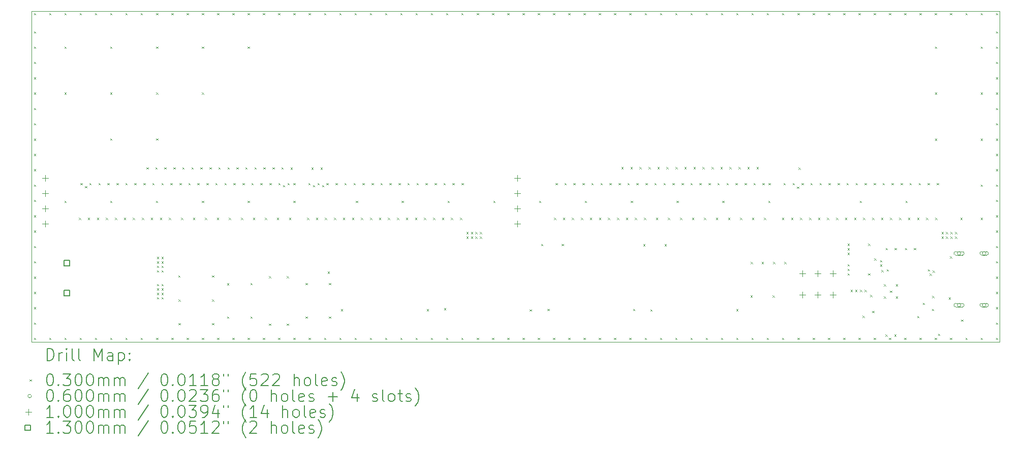
<source format=gbr>
%TF.GenerationSoftware,KiCad,Pcbnew,9.0.0*%
%TF.CreationDate,2025-09-20T16:19:00+02:00*%
%TF.ProjectId,ecap5-bcarrier-xlite,65636170-352d-4626-9361-72726965722d,rev?*%
%TF.SameCoordinates,Original*%
%TF.FileFunction,Drillmap*%
%TF.FilePolarity,Positive*%
%FSLAX45Y45*%
G04 Gerber Fmt 4.5, Leading zero omitted, Abs format (unit mm)*
G04 Created by KiCad (PCBNEW 9.0.0) date 2025-09-20 16:19:00*
%MOMM*%
%LPD*%
G01*
G04 APERTURE LIST*
%ADD10C,0.050000*%
%ADD11C,0.200000*%
%ADD12C,0.100000*%
%ADD13C,0.130000*%
G04 APERTURE END LIST*
D10*
X7501000Y-6989000D02*
X23631000Y-6989000D01*
X23631000Y-12509000D01*
X7501000Y-12509000D01*
X7501000Y-6989000D01*
D11*
D12*
X7538500Y-7024000D02*
X7568500Y-7054000D01*
X7568500Y-7024000D02*
X7538500Y-7054000D01*
X7538500Y-7327333D02*
X7568500Y-7357333D01*
X7568500Y-7327333D02*
X7538500Y-7357333D01*
X7538500Y-7583167D02*
X7568500Y-7613167D01*
X7568500Y-7583167D02*
X7538500Y-7613167D01*
X7538500Y-7839000D02*
X7568500Y-7869000D01*
X7568500Y-7839000D02*
X7538500Y-7869000D01*
X7538500Y-8094833D02*
X7568500Y-8124833D01*
X7568500Y-8094833D02*
X7538500Y-8124833D01*
X7538500Y-8350667D02*
X7568500Y-8380667D01*
X7568500Y-8350667D02*
X7538500Y-8380667D01*
X7538500Y-8606500D02*
X7568500Y-8636500D01*
X7568500Y-8606500D02*
X7538500Y-8636500D01*
X7538500Y-8862333D02*
X7568500Y-8892333D01*
X7568500Y-8862333D02*
X7538500Y-8892333D01*
X7538500Y-9118167D02*
X7568500Y-9148167D01*
X7568500Y-9118167D02*
X7538500Y-9148167D01*
X7538500Y-9374000D02*
X7568500Y-9404000D01*
X7568500Y-9374000D02*
X7538500Y-9404000D01*
X7538500Y-9629833D02*
X7568500Y-9659833D01*
X7568500Y-9629833D02*
X7538500Y-9659833D01*
X7538500Y-9885667D02*
X7568500Y-9915667D01*
X7568500Y-9885667D02*
X7538500Y-9915667D01*
X7538500Y-10141500D02*
X7568500Y-10171500D01*
X7568500Y-10141500D02*
X7538500Y-10171500D01*
X7538500Y-10397333D02*
X7568500Y-10427333D01*
X7568500Y-10397333D02*
X7538500Y-10427333D01*
X7538500Y-10653167D02*
X7568500Y-10683167D01*
X7568500Y-10653167D02*
X7538500Y-10683167D01*
X7538500Y-10909000D02*
X7568500Y-10939000D01*
X7568500Y-10909000D02*
X7538500Y-10939000D01*
X7538500Y-11164833D02*
X7568500Y-11194833D01*
X7568500Y-11164833D02*
X7538500Y-11194833D01*
X7538500Y-11420667D02*
X7568500Y-11450667D01*
X7568500Y-11420667D02*
X7538500Y-11450667D01*
X7538500Y-11676500D02*
X7568500Y-11706500D01*
X7568500Y-11676500D02*
X7538500Y-11706500D01*
X7538500Y-11932333D02*
X7568500Y-11962333D01*
X7568500Y-11932333D02*
X7538500Y-11962333D01*
X7538500Y-12188167D02*
X7568500Y-12218167D01*
X7568500Y-12188167D02*
X7538500Y-12218167D01*
X7538500Y-12444000D02*
X7568500Y-12474000D01*
X7568500Y-12444000D02*
X7538500Y-12474000D01*
X7792905Y-7024000D02*
X7822905Y-7054000D01*
X7822905Y-7024000D02*
X7792905Y-7054000D01*
X7792905Y-12444000D02*
X7822905Y-12474000D01*
X7822905Y-12444000D02*
X7792905Y-12474000D01*
X8047309Y-7024000D02*
X8077309Y-7054000D01*
X8077309Y-7024000D02*
X8047309Y-7054000D01*
X8047309Y-7584000D02*
X8077309Y-7614000D01*
X8077309Y-7584000D02*
X8047309Y-7614000D01*
X8047309Y-8351500D02*
X8077309Y-8381500D01*
X8077309Y-8351500D02*
X8047309Y-8381500D01*
X8047309Y-10159000D02*
X8077309Y-10189000D01*
X8077309Y-10159000D02*
X8047309Y-10189000D01*
X8047309Y-12444000D02*
X8077309Y-12474000D01*
X8077309Y-12444000D02*
X8047309Y-12474000D01*
X8288500Y-10439000D02*
X8318500Y-10469000D01*
X8318500Y-10439000D02*
X8288500Y-10469000D01*
X8301714Y-7024000D02*
X8331714Y-7054000D01*
X8331714Y-7024000D02*
X8301714Y-7054000D01*
X8301714Y-12444000D02*
X8331714Y-12474000D01*
X8331714Y-12444000D02*
X8301714Y-12474000D01*
X8313500Y-9859000D02*
X8343500Y-9889000D01*
X8343500Y-9859000D02*
X8313500Y-9889000D01*
X8388500Y-9911500D02*
X8418500Y-9941500D01*
X8418500Y-9911500D02*
X8388500Y-9941500D01*
X8438500Y-10439000D02*
X8468500Y-10469000D01*
X8468500Y-10439000D02*
X8438500Y-10469000D01*
X8463500Y-9859000D02*
X8493500Y-9889000D01*
X8493500Y-9859000D02*
X8463500Y-9889000D01*
X8556119Y-7024000D02*
X8586119Y-7054000D01*
X8586119Y-7024000D02*
X8556119Y-7054000D01*
X8556119Y-12444000D02*
X8586119Y-12474000D01*
X8586119Y-12444000D02*
X8556119Y-12474000D01*
X8588500Y-10439000D02*
X8618500Y-10469000D01*
X8618500Y-10439000D02*
X8588500Y-10469000D01*
X8613500Y-9859000D02*
X8643500Y-9889000D01*
X8643500Y-9859000D02*
X8613500Y-9889000D01*
X8738500Y-10439000D02*
X8768500Y-10469000D01*
X8768500Y-10439000D02*
X8738500Y-10469000D01*
X8763500Y-9859000D02*
X8793500Y-9889000D01*
X8793500Y-9859000D02*
X8763500Y-9889000D01*
X8810524Y-7024000D02*
X8840524Y-7054000D01*
X8840524Y-7024000D02*
X8810524Y-7054000D01*
X8810524Y-7584000D02*
X8840524Y-7614000D01*
X8840524Y-7584000D02*
X8810524Y-7614000D01*
X8810524Y-8351500D02*
X8840524Y-8381500D01*
X8840524Y-8351500D02*
X8810524Y-8381500D01*
X8810524Y-9116500D02*
X8840524Y-9146500D01*
X8840524Y-9116500D02*
X8810524Y-9146500D01*
X8810524Y-10159000D02*
X8840524Y-10189000D01*
X8840524Y-10159000D02*
X8810524Y-10189000D01*
X8810524Y-12444000D02*
X8840524Y-12474000D01*
X8840524Y-12444000D02*
X8810524Y-12474000D01*
X8888500Y-10439000D02*
X8918500Y-10469000D01*
X8918500Y-10439000D02*
X8888500Y-10469000D01*
X8913500Y-9859000D02*
X8943500Y-9889000D01*
X8943500Y-9859000D02*
X8913500Y-9889000D01*
X9038500Y-10439000D02*
X9068500Y-10469000D01*
X9068500Y-10439000D02*
X9038500Y-10469000D01*
X9063500Y-9859000D02*
X9093500Y-9889000D01*
X9093500Y-9859000D02*
X9063500Y-9889000D01*
X9064929Y-7024000D02*
X9094929Y-7054000D01*
X9094929Y-7024000D02*
X9064929Y-7054000D01*
X9064929Y-12444000D02*
X9094929Y-12474000D01*
X9094929Y-12444000D02*
X9064929Y-12474000D01*
X9188500Y-10439000D02*
X9218500Y-10469000D01*
X9218500Y-10439000D02*
X9188500Y-10469000D01*
X9213500Y-9859000D02*
X9243500Y-9889000D01*
X9243500Y-9859000D02*
X9213500Y-9889000D01*
X9319333Y-7024000D02*
X9349333Y-7054000D01*
X9349333Y-7024000D02*
X9319333Y-7054000D01*
X9319333Y-12444000D02*
X9349333Y-12474000D01*
X9349333Y-12444000D02*
X9319333Y-12474000D01*
X9338500Y-10439000D02*
X9368500Y-10469000D01*
X9368500Y-10439000D02*
X9338500Y-10469000D01*
X9363500Y-9859000D02*
X9393500Y-9889000D01*
X9393500Y-9859000D02*
X9363500Y-9889000D01*
X9413500Y-9596500D02*
X9443500Y-9626500D01*
X9443500Y-9596500D02*
X9413500Y-9626500D01*
X9488500Y-10439000D02*
X9518500Y-10469000D01*
X9518500Y-10439000D02*
X9488500Y-10469000D01*
X9513500Y-9859000D02*
X9543500Y-9889000D01*
X9543500Y-9859000D02*
X9513500Y-9889000D01*
X9563500Y-9596500D02*
X9593500Y-9626500D01*
X9593500Y-9596500D02*
X9563500Y-9626500D01*
X9572786Y-10159000D02*
X9602786Y-10189000D01*
X9602786Y-10159000D02*
X9572786Y-10189000D01*
X9573738Y-7024000D02*
X9603738Y-7054000D01*
X9603738Y-7024000D02*
X9573738Y-7054000D01*
X9573738Y-7584000D02*
X9603738Y-7614000D01*
X9603738Y-7584000D02*
X9573738Y-7614000D01*
X9573738Y-8351500D02*
X9603738Y-8381500D01*
X9603738Y-8351500D02*
X9573738Y-8381500D01*
X9573738Y-9116500D02*
X9603738Y-9146500D01*
X9603738Y-9116500D02*
X9573738Y-9146500D01*
X9573738Y-12444000D02*
X9603738Y-12474000D01*
X9603738Y-12444000D02*
X9573738Y-12474000D01*
X9588500Y-11094000D02*
X9618500Y-11124000D01*
X9618500Y-11094000D02*
X9588500Y-11124000D01*
X9588500Y-11168167D02*
X9618500Y-11198167D01*
X9618500Y-11168167D02*
X9588500Y-11198167D01*
X9588500Y-11242333D02*
X9618500Y-11272333D01*
X9618500Y-11242333D02*
X9588500Y-11272333D01*
X9588500Y-11316500D02*
X9618500Y-11346500D01*
X9618500Y-11316500D02*
X9588500Y-11346500D01*
X9588500Y-11544000D02*
X9618500Y-11574000D01*
X9618500Y-11544000D02*
X9588500Y-11574000D01*
X9588500Y-11618167D02*
X9618500Y-11648167D01*
X9618500Y-11618167D02*
X9588500Y-11648167D01*
X9588500Y-11692333D02*
X9618500Y-11722333D01*
X9618500Y-11692333D02*
X9588500Y-11722333D01*
X9588500Y-11766500D02*
X9618500Y-11796500D01*
X9618500Y-11766500D02*
X9588500Y-11796500D01*
X9638500Y-10439000D02*
X9668500Y-10469000D01*
X9668500Y-10439000D02*
X9638500Y-10469000D01*
X9663500Y-9859000D02*
X9693500Y-9889000D01*
X9693500Y-9859000D02*
X9663500Y-9889000D01*
X9663500Y-11094000D02*
X9693500Y-11124000D01*
X9693500Y-11094000D02*
X9663500Y-11124000D01*
X9663500Y-11168167D02*
X9693500Y-11198167D01*
X9693500Y-11168167D02*
X9663500Y-11198167D01*
X9663500Y-11242333D02*
X9693500Y-11272333D01*
X9693500Y-11242333D02*
X9663500Y-11272333D01*
X9663500Y-11316500D02*
X9693500Y-11346500D01*
X9693500Y-11316500D02*
X9663500Y-11346500D01*
X9663500Y-11544000D02*
X9693500Y-11574000D01*
X9693500Y-11544000D02*
X9663500Y-11574000D01*
X9663500Y-11618167D02*
X9693500Y-11648167D01*
X9693500Y-11618167D02*
X9663500Y-11648167D01*
X9663500Y-11692333D02*
X9693500Y-11722333D01*
X9693500Y-11692333D02*
X9663500Y-11722333D01*
X9663500Y-11766500D02*
X9693500Y-11796500D01*
X9693500Y-11766500D02*
X9663500Y-11796500D01*
X9713500Y-9596500D02*
X9743500Y-9626500D01*
X9743500Y-9596500D02*
X9713500Y-9626500D01*
X9788500Y-10439000D02*
X9818500Y-10469000D01*
X9818500Y-10439000D02*
X9788500Y-10469000D01*
X9813500Y-9859000D02*
X9843500Y-9889000D01*
X9843500Y-9859000D02*
X9813500Y-9889000D01*
X9828143Y-7024000D02*
X9858143Y-7054000D01*
X9858143Y-7024000D02*
X9828143Y-7054000D01*
X9828143Y-12444000D02*
X9858143Y-12474000D01*
X9858143Y-12444000D02*
X9828143Y-12474000D01*
X9863500Y-9596500D02*
X9893500Y-9626500D01*
X9893500Y-9596500D02*
X9863500Y-9626500D01*
X9946000Y-11401500D02*
X9976000Y-11431500D01*
X9976000Y-11401500D02*
X9946000Y-11431500D01*
X9946500Y-11804000D02*
X9976500Y-11834000D01*
X9976500Y-11804000D02*
X9946500Y-11834000D01*
X9948500Y-12196500D02*
X9978500Y-12226500D01*
X9978500Y-12196500D02*
X9948500Y-12226500D01*
X9963500Y-9859000D02*
X9993500Y-9889000D01*
X9993500Y-9859000D02*
X9963500Y-9889000D01*
X9988500Y-10439000D02*
X10018500Y-10469000D01*
X10018500Y-10439000D02*
X9988500Y-10469000D01*
X10013500Y-9596500D02*
X10043500Y-9626500D01*
X10043500Y-9596500D02*
X10013500Y-9626500D01*
X10082548Y-7024000D02*
X10112548Y-7054000D01*
X10112548Y-7024000D02*
X10082548Y-7054000D01*
X10082548Y-12444000D02*
X10112548Y-12474000D01*
X10112548Y-12444000D02*
X10082548Y-12474000D01*
X10113500Y-9859000D02*
X10143500Y-9889000D01*
X10143500Y-9859000D02*
X10113500Y-9889000D01*
X10163500Y-9596500D02*
X10193500Y-9626500D01*
X10193500Y-9596500D02*
X10163500Y-9626500D01*
X10188500Y-10439000D02*
X10218500Y-10469000D01*
X10218500Y-10439000D02*
X10188500Y-10469000D01*
X10263500Y-9859000D02*
X10293500Y-9889000D01*
X10293500Y-9859000D02*
X10263500Y-9889000D01*
X10313500Y-9596500D02*
X10343500Y-9626500D01*
X10343500Y-9596500D02*
X10313500Y-9626500D01*
X10336952Y-7024000D02*
X10366952Y-7054000D01*
X10366952Y-7024000D02*
X10336952Y-7054000D01*
X10336952Y-7584000D02*
X10366952Y-7614000D01*
X10366952Y-7584000D02*
X10336952Y-7614000D01*
X10336952Y-8351500D02*
X10366952Y-8381500D01*
X10366952Y-8351500D02*
X10336952Y-8381500D01*
X10336952Y-10159000D02*
X10366952Y-10189000D01*
X10366952Y-10159000D02*
X10336952Y-10189000D01*
X10336952Y-12444000D02*
X10366952Y-12474000D01*
X10366952Y-12444000D02*
X10336952Y-12474000D01*
X10388500Y-10439000D02*
X10418500Y-10469000D01*
X10418500Y-10439000D02*
X10388500Y-10469000D01*
X10413500Y-9859000D02*
X10443500Y-9889000D01*
X10443500Y-9859000D02*
X10413500Y-9889000D01*
X10463500Y-9596500D02*
X10493500Y-9626500D01*
X10493500Y-9596500D02*
X10463500Y-9626500D01*
X10506000Y-11401500D02*
X10536000Y-11431500D01*
X10536000Y-11401500D02*
X10506000Y-11431500D01*
X10506000Y-12196500D02*
X10536000Y-12226500D01*
X10536000Y-12196500D02*
X10506000Y-12226500D01*
X10506500Y-11804000D02*
X10536500Y-11834000D01*
X10536500Y-11804000D02*
X10506500Y-11834000D01*
X10563500Y-9859000D02*
X10593500Y-9889000D01*
X10593500Y-9859000D02*
X10563500Y-9889000D01*
X10588500Y-10439000D02*
X10618500Y-10469000D01*
X10618500Y-10439000D02*
X10588500Y-10469000D01*
X10591357Y-7024000D02*
X10621357Y-7054000D01*
X10621357Y-7024000D02*
X10591357Y-7054000D01*
X10591357Y-12444000D02*
X10621357Y-12474000D01*
X10621357Y-12444000D02*
X10591357Y-12474000D01*
X10613500Y-9596500D02*
X10643500Y-9626500D01*
X10643500Y-9596500D02*
X10613500Y-9626500D01*
X10713500Y-9859000D02*
X10743500Y-9889000D01*
X10743500Y-9859000D02*
X10713500Y-9889000D01*
X10756500Y-11531000D02*
X10786500Y-11561000D01*
X10786500Y-11531000D02*
X10756500Y-11561000D01*
X10756500Y-12088500D02*
X10786500Y-12118500D01*
X10786500Y-12088500D02*
X10756500Y-12118500D01*
X10763500Y-9596500D02*
X10793500Y-9626500D01*
X10793500Y-9596500D02*
X10763500Y-9626500D01*
X10788500Y-10439000D02*
X10818500Y-10469000D01*
X10818500Y-10439000D02*
X10788500Y-10469000D01*
X10845762Y-7024000D02*
X10875762Y-7054000D01*
X10875762Y-7024000D02*
X10845762Y-7054000D01*
X10845762Y-12444000D02*
X10875762Y-12474000D01*
X10875762Y-12444000D02*
X10845762Y-12474000D01*
X10863500Y-9859000D02*
X10893500Y-9889000D01*
X10893500Y-9859000D02*
X10863500Y-9889000D01*
X10913500Y-9596500D02*
X10943500Y-9626500D01*
X10943500Y-9596500D02*
X10913500Y-9626500D01*
X10988500Y-10439000D02*
X11018500Y-10469000D01*
X11018500Y-10439000D02*
X10988500Y-10469000D01*
X11013500Y-9859000D02*
X11043500Y-9889000D01*
X11043500Y-9859000D02*
X11013500Y-9889000D01*
X11063500Y-9596500D02*
X11093500Y-9626500D01*
X11093500Y-9596500D02*
X11063500Y-9626500D01*
X11099214Y-10159000D02*
X11129214Y-10189000D01*
X11129214Y-10159000D02*
X11099214Y-10189000D01*
X11100167Y-7024000D02*
X11130167Y-7054000D01*
X11130167Y-7024000D02*
X11100167Y-7054000D01*
X11100167Y-7584000D02*
X11130167Y-7614000D01*
X11130167Y-7584000D02*
X11100167Y-7614000D01*
X11100167Y-12444000D02*
X11130167Y-12474000D01*
X11130167Y-12444000D02*
X11100167Y-12474000D01*
X11146500Y-11529000D02*
X11176500Y-11559000D01*
X11176500Y-11529000D02*
X11146500Y-11559000D01*
X11146500Y-12089000D02*
X11176500Y-12119000D01*
X11176500Y-12089000D02*
X11146500Y-12119000D01*
X11163500Y-9859000D02*
X11193500Y-9889000D01*
X11193500Y-9859000D02*
X11163500Y-9889000D01*
X11188500Y-10439000D02*
X11218500Y-10469000D01*
X11218500Y-10439000D02*
X11188500Y-10469000D01*
X11213500Y-9596500D02*
X11243500Y-9626500D01*
X11243500Y-9596500D02*
X11213500Y-9626500D01*
X11313500Y-9859000D02*
X11343500Y-9889000D01*
X11343500Y-9859000D02*
X11313500Y-9889000D01*
X11354571Y-7024000D02*
X11384571Y-7054000D01*
X11384571Y-7024000D02*
X11354571Y-7054000D01*
X11354571Y-12444000D02*
X11384571Y-12474000D01*
X11384571Y-12444000D02*
X11354571Y-12474000D01*
X11363500Y-9596500D02*
X11393500Y-9626500D01*
X11393500Y-9596500D02*
X11363500Y-9626500D01*
X11388500Y-10439000D02*
X11418500Y-10469000D01*
X11418500Y-10439000D02*
X11388500Y-10469000D01*
X11456000Y-11416500D02*
X11486000Y-11446500D01*
X11486000Y-11416500D02*
X11456000Y-11446500D01*
X11456000Y-12206500D02*
X11486000Y-12236500D01*
X11486000Y-12206500D02*
X11456000Y-12236500D01*
X11463500Y-9859000D02*
X11493500Y-9889000D01*
X11493500Y-9859000D02*
X11463500Y-9889000D01*
X11513500Y-9596500D02*
X11543500Y-9626500D01*
X11543500Y-9596500D02*
X11513500Y-9626500D01*
X11588500Y-10439000D02*
X11618500Y-10469000D01*
X11618500Y-10439000D02*
X11588500Y-10469000D01*
X11608976Y-7024000D02*
X11638976Y-7054000D01*
X11638976Y-7024000D02*
X11608976Y-7054000D01*
X11608976Y-12444000D02*
X11638976Y-12474000D01*
X11638976Y-12444000D02*
X11608976Y-12474000D01*
X11613500Y-9859000D02*
X11643500Y-9889000D01*
X11643500Y-9859000D02*
X11613500Y-9889000D01*
X11663500Y-9596500D02*
X11693500Y-9626500D01*
X11693500Y-9596500D02*
X11663500Y-9626500D01*
X11688500Y-9896500D02*
X11718500Y-9926500D01*
X11718500Y-9896500D02*
X11688500Y-9926500D01*
X11753500Y-11416500D02*
X11783500Y-11446500D01*
X11783500Y-11416500D02*
X11753500Y-11446500D01*
X11753500Y-12206500D02*
X11783500Y-12236500D01*
X11783500Y-12206500D02*
X11753500Y-12236500D01*
X11763500Y-9859000D02*
X11793500Y-9889000D01*
X11793500Y-9859000D02*
X11763500Y-9889000D01*
X11788500Y-10439000D02*
X11818500Y-10469000D01*
X11818500Y-10439000D02*
X11788500Y-10469000D01*
X11813500Y-9601500D02*
X11843500Y-9631500D01*
X11843500Y-9601500D02*
X11813500Y-9631500D01*
X11862429Y-10159000D02*
X11892429Y-10189000D01*
X11892429Y-10159000D02*
X11862429Y-10189000D01*
X11863381Y-7024000D02*
X11893381Y-7054000D01*
X11893381Y-7024000D02*
X11863381Y-7054000D01*
X11863381Y-12444000D02*
X11893381Y-12474000D01*
X11893381Y-12444000D02*
X11863381Y-12474000D01*
X11863500Y-9859000D02*
X11893500Y-9889000D01*
X11893500Y-9859000D02*
X11863500Y-9889000D01*
X12063500Y-11529000D02*
X12093500Y-11559000D01*
X12093500Y-11529000D02*
X12063500Y-11559000D01*
X12063500Y-12089000D02*
X12093500Y-12119000D01*
X12093500Y-12089000D02*
X12063500Y-12119000D01*
X12088500Y-10439000D02*
X12118500Y-10469000D01*
X12118500Y-10439000D02*
X12088500Y-10469000D01*
X12113500Y-9859000D02*
X12143500Y-9889000D01*
X12143500Y-9859000D02*
X12113500Y-9889000D01*
X12117786Y-7024000D02*
X12147786Y-7054000D01*
X12147786Y-7024000D02*
X12117786Y-7054000D01*
X12117786Y-12444000D02*
X12147786Y-12474000D01*
X12147786Y-12444000D02*
X12117786Y-12474000D01*
X12163500Y-9604000D02*
X12193500Y-9634000D01*
X12193500Y-9604000D02*
X12163500Y-9634000D01*
X12188500Y-9894000D02*
X12218500Y-9924000D01*
X12218500Y-9894000D02*
X12188500Y-9924000D01*
X12238500Y-10439000D02*
X12268500Y-10469000D01*
X12268500Y-10439000D02*
X12238500Y-10469000D01*
X12263500Y-9859000D02*
X12293500Y-9889000D01*
X12293500Y-9859000D02*
X12263500Y-9889000D01*
X12313500Y-9601500D02*
X12343500Y-9631500D01*
X12343500Y-9601500D02*
X12313500Y-9631500D01*
X12341946Y-9894777D02*
X12371946Y-9924777D01*
X12371946Y-9894777D02*
X12341946Y-9924777D01*
X12372190Y-7024000D02*
X12402190Y-7054000D01*
X12402190Y-7024000D02*
X12372190Y-7054000D01*
X12372190Y-12444000D02*
X12402190Y-12474000D01*
X12402190Y-12444000D02*
X12372190Y-12474000D01*
X12388500Y-10439000D02*
X12418500Y-10469000D01*
X12418500Y-10439000D02*
X12388500Y-10469000D01*
X12413500Y-9859000D02*
X12443500Y-9889000D01*
X12443500Y-9859000D02*
X12413500Y-9889000D01*
X12433500Y-11339000D02*
X12463500Y-11369000D01*
X12463500Y-11339000D02*
X12433500Y-11369000D01*
X12453500Y-12089000D02*
X12483500Y-12119000D01*
X12483500Y-12089000D02*
X12453500Y-12119000D01*
X12456000Y-11529000D02*
X12486000Y-11559000D01*
X12486000Y-11529000D02*
X12456000Y-11559000D01*
X12538500Y-10439000D02*
X12568500Y-10469000D01*
X12568500Y-10439000D02*
X12538500Y-10469000D01*
X12563500Y-9859000D02*
X12593500Y-9889000D01*
X12593500Y-9859000D02*
X12563500Y-9889000D01*
X12626595Y-7024000D02*
X12656595Y-7054000D01*
X12656595Y-7024000D02*
X12626595Y-7054000D01*
X12626595Y-12444000D02*
X12656595Y-12474000D01*
X12656595Y-12444000D02*
X12626595Y-12474000D01*
X12653500Y-11964000D02*
X12683500Y-11994000D01*
X12683500Y-11964000D02*
X12653500Y-11994000D01*
X12688500Y-10439000D02*
X12718500Y-10469000D01*
X12718500Y-10439000D02*
X12688500Y-10469000D01*
X12713500Y-9859000D02*
X12743500Y-9889000D01*
X12743500Y-9859000D02*
X12713500Y-9889000D01*
X12838500Y-10439000D02*
X12868500Y-10469000D01*
X12868500Y-10439000D02*
X12838500Y-10469000D01*
X12863500Y-9859000D02*
X12893500Y-9889000D01*
X12893500Y-9859000D02*
X12863500Y-9889000D01*
X12881000Y-7024000D02*
X12911000Y-7054000D01*
X12911000Y-7024000D02*
X12881000Y-7054000D01*
X12881000Y-12444000D02*
X12911000Y-12474000D01*
X12911000Y-12444000D02*
X12881000Y-12474000D01*
X12903500Y-10159000D02*
X12933500Y-10189000D01*
X12933500Y-10159000D02*
X12903500Y-10189000D01*
X12988500Y-10439000D02*
X13018500Y-10469000D01*
X13018500Y-10439000D02*
X12988500Y-10469000D01*
X13013500Y-9859000D02*
X13043500Y-9889000D01*
X13043500Y-9859000D02*
X13013500Y-9889000D01*
X13135405Y-7024000D02*
X13165405Y-7054000D01*
X13165405Y-7024000D02*
X13135405Y-7054000D01*
X13135405Y-12444000D02*
X13165405Y-12474000D01*
X13165405Y-12444000D02*
X13135405Y-12474000D01*
X13138500Y-10439000D02*
X13168500Y-10469000D01*
X13168500Y-10439000D02*
X13138500Y-10469000D01*
X13163500Y-9859000D02*
X13193500Y-9889000D01*
X13193500Y-9859000D02*
X13163500Y-9889000D01*
X13288500Y-10439000D02*
X13318500Y-10469000D01*
X13318500Y-10439000D02*
X13288500Y-10469000D01*
X13313500Y-9859000D02*
X13343500Y-9889000D01*
X13343500Y-9859000D02*
X13313500Y-9889000D01*
X13389809Y-7024000D02*
X13419809Y-7054000D01*
X13419809Y-7024000D02*
X13389809Y-7054000D01*
X13389809Y-12444000D02*
X13419809Y-12474000D01*
X13419809Y-12444000D02*
X13389809Y-12474000D01*
X13438500Y-10439000D02*
X13468500Y-10469000D01*
X13468500Y-10439000D02*
X13438500Y-10469000D01*
X13463500Y-9859000D02*
X13493500Y-9889000D01*
X13493500Y-9859000D02*
X13463500Y-9889000D01*
X13588500Y-10439000D02*
X13618500Y-10469000D01*
X13618500Y-10439000D02*
X13588500Y-10469000D01*
X13613500Y-9859000D02*
X13643500Y-9889000D01*
X13643500Y-9859000D02*
X13613500Y-9889000D01*
X13644214Y-7024000D02*
X13674214Y-7054000D01*
X13674214Y-7024000D02*
X13644214Y-7054000D01*
X13644214Y-12444000D02*
X13674214Y-12474000D01*
X13674214Y-12444000D02*
X13644214Y-12474000D01*
X13665762Y-10159000D02*
X13695762Y-10189000D01*
X13695762Y-10159000D02*
X13665762Y-10189000D01*
X13738500Y-10439000D02*
X13768500Y-10469000D01*
X13768500Y-10439000D02*
X13738500Y-10469000D01*
X13763500Y-9859000D02*
X13793500Y-9889000D01*
X13793500Y-9859000D02*
X13763500Y-9889000D01*
X13888500Y-10439000D02*
X13918500Y-10469000D01*
X13918500Y-10439000D02*
X13888500Y-10469000D01*
X13898619Y-7024000D02*
X13928619Y-7054000D01*
X13928619Y-7024000D02*
X13898619Y-7054000D01*
X13898619Y-12444000D02*
X13928619Y-12474000D01*
X13928619Y-12444000D02*
X13898619Y-12474000D01*
X13913500Y-9859000D02*
X13943500Y-9889000D01*
X13943500Y-9859000D02*
X13913500Y-9889000D01*
X14038500Y-10439000D02*
X14068500Y-10469000D01*
X14068500Y-10439000D02*
X14038500Y-10469000D01*
X14063500Y-9859000D02*
X14093500Y-9889000D01*
X14093500Y-9859000D02*
X14063500Y-9889000D01*
X14083500Y-11964000D02*
X14113500Y-11994000D01*
X14113500Y-11964000D02*
X14083500Y-11994000D01*
X14153024Y-7024000D02*
X14183024Y-7054000D01*
X14183024Y-7024000D02*
X14153024Y-7054000D01*
X14153024Y-12444000D02*
X14183024Y-12474000D01*
X14183024Y-12444000D02*
X14153024Y-12474000D01*
X14188500Y-10439000D02*
X14218500Y-10469000D01*
X14218500Y-10439000D02*
X14188500Y-10469000D01*
X14213500Y-9859000D02*
X14243500Y-9889000D01*
X14243500Y-9859000D02*
X14213500Y-9889000D01*
X14338500Y-10439000D02*
X14368500Y-10469000D01*
X14368500Y-10439000D02*
X14338500Y-10469000D01*
X14363500Y-9859000D02*
X14393500Y-9889000D01*
X14393500Y-9859000D02*
X14363500Y-9889000D01*
X14371000Y-11949000D02*
X14401000Y-11979000D01*
X14401000Y-11949000D02*
X14371000Y-11979000D01*
X14407429Y-7024000D02*
X14437429Y-7054000D01*
X14437429Y-7024000D02*
X14407429Y-7054000D01*
X14407429Y-12444000D02*
X14437429Y-12474000D01*
X14437429Y-12444000D02*
X14407429Y-12474000D01*
X14429929Y-10159000D02*
X14459929Y-10189000D01*
X14459929Y-10159000D02*
X14429929Y-10189000D01*
X14488500Y-10439000D02*
X14518500Y-10469000D01*
X14518500Y-10439000D02*
X14488500Y-10469000D01*
X14513500Y-9859000D02*
X14543500Y-9889000D01*
X14543500Y-9859000D02*
X14513500Y-9889000D01*
X14638500Y-10439000D02*
X14668500Y-10469000D01*
X14668500Y-10439000D02*
X14638500Y-10469000D01*
X14661833Y-7024000D02*
X14691833Y-7054000D01*
X14691833Y-7024000D02*
X14661833Y-7054000D01*
X14661833Y-12444000D02*
X14691833Y-12474000D01*
X14691833Y-12444000D02*
X14661833Y-12474000D01*
X14663500Y-9859000D02*
X14693500Y-9889000D01*
X14693500Y-9859000D02*
X14663500Y-9889000D01*
X14746000Y-10679000D02*
X14776000Y-10709000D01*
X14776000Y-10679000D02*
X14746000Y-10709000D01*
X14746000Y-10754000D02*
X14776000Y-10784000D01*
X14776000Y-10754000D02*
X14746000Y-10784000D01*
X14820167Y-10679000D02*
X14850167Y-10709000D01*
X14850167Y-10679000D02*
X14820167Y-10709000D01*
X14820167Y-10754000D02*
X14850167Y-10784000D01*
X14850167Y-10754000D02*
X14820167Y-10784000D01*
X14894333Y-10679000D02*
X14924333Y-10709000D01*
X14924333Y-10679000D02*
X14894333Y-10709000D01*
X14894333Y-10754000D02*
X14924333Y-10784000D01*
X14924333Y-10754000D02*
X14894333Y-10784000D01*
X14916238Y-7024000D02*
X14946238Y-7054000D01*
X14946238Y-7024000D02*
X14916238Y-7054000D01*
X14916238Y-12444000D02*
X14946238Y-12474000D01*
X14946238Y-12444000D02*
X14916238Y-12474000D01*
X14968500Y-10679000D02*
X14998500Y-10709000D01*
X14998500Y-10679000D02*
X14968500Y-10709000D01*
X14968500Y-10754000D02*
X14998500Y-10784000D01*
X14998500Y-10754000D02*
X14968500Y-10784000D01*
X15170643Y-7024000D02*
X15200643Y-7054000D01*
X15200643Y-7024000D02*
X15170643Y-7054000D01*
X15170643Y-12444000D02*
X15200643Y-12474000D01*
X15200643Y-12444000D02*
X15170643Y-12474000D01*
X15192190Y-10159000D02*
X15222190Y-10189000D01*
X15222190Y-10159000D02*
X15192190Y-10189000D01*
X15425048Y-7024000D02*
X15455048Y-7054000D01*
X15455048Y-7024000D02*
X15425048Y-7054000D01*
X15425048Y-12444000D02*
X15455048Y-12474000D01*
X15455048Y-12444000D02*
X15425048Y-12474000D01*
X15679452Y-7024000D02*
X15709452Y-7054000D01*
X15709452Y-7024000D02*
X15679452Y-7054000D01*
X15679452Y-12444000D02*
X15709452Y-12474000D01*
X15709452Y-12444000D02*
X15679452Y-12474000D01*
X15801000Y-11969000D02*
X15831000Y-11999000D01*
X15831000Y-11969000D02*
X15801000Y-11999000D01*
X15933857Y-7024000D02*
X15963857Y-7054000D01*
X15963857Y-7024000D02*
X15933857Y-7054000D01*
X15933857Y-12444000D02*
X15963857Y-12474000D01*
X15963857Y-12444000D02*
X15933857Y-12474000D01*
X15955405Y-10159000D02*
X15985405Y-10189000D01*
X15985405Y-10159000D02*
X15955405Y-10189000D01*
X15991000Y-10876500D02*
X16021000Y-10906500D01*
X16021000Y-10876500D02*
X15991000Y-10906500D01*
X16093500Y-11961500D02*
X16123500Y-11991500D01*
X16123500Y-11961500D02*
X16093500Y-11991500D01*
X16188262Y-7024000D02*
X16218262Y-7054000D01*
X16218262Y-7024000D02*
X16188262Y-7054000D01*
X16188262Y-12444000D02*
X16218262Y-12474000D01*
X16218262Y-12444000D02*
X16188262Y-12474000D01*
X16203500Y-10439000D02*
X16233500Y-10469000D01*
X16233500Y-10439000D02*
X16203500Y-10469000D01*
X16228500Y-9859000D02*
X16258500Y-9889000D01*
X16258500Y-9859000D02*
X16228500Y-9889000D01*
X16333500Y-10876500D02*
X16363500Y-10906500D01*
X16363500Y-10876500D02*
X16333500Y-10906500D01*
X16353500Y-10439000D02*
X16383500Y-10469000D01*
X16383500Y-10439000D02*
X16353500Y-10469000D01*
X16378500Y-9859000D02*
X16408500Y-9889000D01*
X16408500Y-9859000D02*
X16378500Y-9889000D01*
X16442667Y-7024000D02*
X16472667Y-7054000D01*
X16472667Y-7024000D02*
X16442667Y-7054000D01*
X16442667Y-12444000D02*
X16472667Y-12474000D01*
X16472667Y-12444000D02*
X16442667Y-12474000D01*
X16503500Y-10439000D02*
X16533500Y-10469000D01*
X16533500Y-10439000D02*
X16503500Y-10469000D01*
X16528500Y-9859000D02*
X16558500Y-9889000D01*
X16558500Y-9859000D02*
X16528500Y-9889000D01*
X16653500Y-10439000D02*
X16683500Y-10469000D01*
X16683500Y-10439000D02*
X16653500Y-10469000D01*
X16678500Y-9859000D02*
X16708500Y-9889000D01*
X16708500Y-9859000D02*
X16678500Y-9889000D01*
X16697071Y-7024000D02*
X16727071Y-7054000D01*
X16727071Y-7024000D02*
X16697071Y-7054000D01*
X16697071Y-12444000D02*
X16727071Y-12474000D01*
X16727071Y-12444000D02*
X16697071Y-12474000D01*
X16719214Y-10159000D02*
X16749214Y-10189000D01*
X16749214Y-10159000D02*
X16719214Y-10189000D01*
X16803500Y-10439000D02*
X16833500Y-10469000D01*
X16833500Y-10439000D02*
X16803500Y-10469000D01*
X16828500Y-9859000D02*
X16858500Y-9889000D01*
X16858500Y-9859000D02*
X16828500Y-9889000D01*
X16951476Y-7024000D02*
X16981476Y-7054000D01*
X16981476Y-7024000D02*
X16951476Y-7054000D01*
X16951476Y-12444000D02*
X16981476Y-12474000D01*
X16981476Y-12444000D02*
X16951476Y-12474000D01*
X16953500Y-10439000D02*
X16983500Y-10469000D01*
X16983500Y-10439000D02*
X16953500Y-10469000D01*
X16978500Y-9859000D02*
X17008500Y-9889000D01*
X17008500Y-9859000D02*
X16978500Y-9889000D01*
X17103500Y-10439000D02*
X17133500Y-10469000D01*
X17133500Y-10439000D02*
X17103500Y-10469000D01*
X17128500Y-9859000D02*
X17158500Y-9889000D01*
X17158500Y-9859000D02*
X17128500Y-9889000D01*
X17205881Y-7024000D02*
X17235881Y-7054000D01*
X17235881Y-7024000D02*
X17205881Y-7054000D01*
X17205881Y-12444000D02*
X17235881Y-12474000D01*
X17235881Y-12444000D02*
X17205881Y-12474000D01*
X17253500Y-10439000D02*
X17283500Y-10469000D01*
X17283500Y-10439000D02*
X17253500Y-10469000D01*
X17278500Y-9859000D02*
X17308500Y-9889000D01*
X17308500Y-9859000D02*
X17278500Y-9889000D01*
X17328500Y-9594000D02*
X17358500Y-9624000D01*
X17358500Y-9594000D02*
X17328500Y-9624000D01*
X17403500Y-10439000D02*
X17433500Y-10469000D01*
X17433500Y-10439000D02*
X17403500Y-10469000D01*
X17428500Y-9859000D02*
X17458500Y-9889000D01*
X17458500Y-9859000D02*
X17428500Y-9889000D01*
X17460286Y-7024000D02*
X17490286Y-7054000D01*
X17490286Y-7024000D02*
X17460286Y-7054000D01*
X17460286Y-12444000D02*
X17490286Y-12474000D01*
X17490286Y-12444000D02*
X17460286Y-12474000D01*
X17478500Y-9594000D02*
X17508500Y-9624000D01*
X17508500Y-9594000D02*
X17478500Y-9624000D01*
X17482429Y-10159000D02*
X17512429Y-10189000D01*
X17512429Y-10159000D02*
X17482429Y-10189000D01*
X17523500Y-11961500D02*
X17553500Y-11991500D01*
X17553500Y-11961500D02*
X17523500Y-11991500D01*
X17553500Y-10439000D02*
X17583500Y-10469000D01*
X17583500Y-10439000D02*
X17553500Y-10469000D01*
X17578500Y-9859000D02*
X17608500Y-9889000D01*
X17608500Y-9859000D02*
X17578500Y-9889000D01*
X17628500Y-9594000D02*
X17658500Y-9624000D01*
X17658500Y-9594000D02*
X17628500Y-9624000D01*
X17691000Y-10879000D02*
X17721000Y-10909000D01*
X17721000Y-10879000D02*
X17691000Y-10909000D01*
X17703500Y-10439000D02*
X17733500Y-10469000D01*
X17733500Y-10439000D02*
X17703500Y-10469000D01*
X17714691Y-7024000D02*
X17744691Y-7054000D01*
X17744691Y-7024000D02*
X17714691Y-7054000D01*
X17714691Y-12444000D02*
X17744691Y-12474000D01*
X17744691Y-12444000D02*
X17714691Y-12474000D01*
X17728500Y-9859000D02*
X17758500Y-9889000D01*
X17758500Y-9859000D02*
X17728500Y-9889000D01*
X17778500Y-9594000D02*
X17808500Y-9624000D01*
X17808500Y-9594000D02*
X17778500Y-9624000D01*
X17811000Y-11969000D02*
X17841000Y-11999000D01*
X17841000Y-11969000D02*
X17811000Y-11999000D01*
X17878500Y-9859000D02*
X17908500Y-9889000D01*
X17908500Y-9859000D02*
X17878500Y-9889000D01*
X17903500Y-10439000D02*
X17933500Y-10469000D01*
X17933500Y-10439000D02*
X17903500Y-10469000D01*
X17928500Y-9594000D02*
X17958500Y-9624000D01*
X17958500Y-9594000D02*
X17928500Y-9624000D01*
X17969095Y-7024000D02*
X17999095Y-7054000D01*
X17999095Y-7024000D02*
X17969095Y-7054000D01*
X17969095Y-12444000D02*
X17999095Y-12474000D01*
X17999095Y-12444000D02*
X17969095Y-12474000D01*
X18028500Y-9859000D02*
X18058500Y-9889000D01*
X18058500Y-9859000D02*
X18028500Y-9889000D01*
X18048500Y-10879000D02*
X18078500Y-10909000D01*
X18078500Y-10879000D02*
X18048500Y-10909000D01*
X18078500Y-9594000D02*
X18108500Y-9624000D01*
X18108500Y-9594000D02*
X18078500Y-9624000D01*
X18103500Y-10439000D02*
X18133500Y-10469000D01*
X18133500Y-10439000D02*
X18103500Y-10469000D01*
X18178500Y-9859000D02*
X18208500Y-9889000D01*
X18208500Y-9859000D02*
X18178500Y-9889000D01*
X18223500Y-7024000D02*
X18253500Y-7054000D01*
X18253500Y-7024000D02*
X18223500Y-7054000D01*
X18223500Y-12444000D02*
X18253500Y-12474000D01*
X18253500Y-12444000D02*
X18223500Y-12474000D01*
X18228500Y-9594000D02*
X18258500Y-9624000D01*
X18258500Y-9594000D02*
X18228500Y-9624000D01*
X18244691Y-10159000D02*
X18274691Y-10189000D01*
X18274691Y-10159000D02*
X18244691Y-10189000D01*
X18303500Y-10439000D02*
X18333500Y-10469000D01*
X18333500Y-10439000D02*
X18303500Y-10469000D01*
X18328500Y-9859000D02*
X18358500Y-9889000D01*
X18358500Y-9859000D02*
X18328500Y-9889000D01*
X18378500Y-9594000D02*
X18408500Y-9624000D01*
X18408500Y-9594000D02*
X18378500Y-9624000D01*
X18477905Y-7024000D02*
X18507905Y-7054000D01*
X18507905Y-7024000D02*
X18477905Y-7054000D01*
X18477905Y-12444000D02*
X18507905Y-12474000D01*
X18507905Y-12444000D02*
X18477905Y-12474000D01*
X18478500Y-9859000D02*
X18508500Y-9889000D01*
X18508500Y-9859000D02*
X18478500Y-9889000D01*
X18503500Y-10439000D02*
X18533500Y-10469000D01*
X18533500Y-10439000D02*
X18503500Y-10469000D01*
X18528500Y-9594000D02*
X18558500Y-9624000D01*
X18558500Y-9594000D02*
X18528500Y-9624000D01*
X18628500Y-9859000D02*
X18658500Y-9889000D01*
X18658500Y-9859000D02*
X18628500Y-9889000D01*
X18678500Y-9594000D02*
X18708500Y-9624000D01*
X18708500Y-9594000D02*
X18678500Y-9624000D01*
X18703500Y-10439000D02*
X18733500Y-10469000D01*
X18733500Y-10439000D02*
X18703500Y-10469000D01*
X18732310Y-7024000D02*
X18762310Y-7054000D01*
X18762310Y-7024000D02*
X18732310Y-7054000D01*
X18732310Y-12444000D02*
X18762310Y-12474000D01*
X18762310Y-12444000D02*
X18732310Y-12474000D01*
X18778500Y-9859000D02*
X18808500Y-9889000D01*
X18808500Y-9859000D02*
X18778500Y-9889000D01*
X18828500Y-9594000D02*
X18858500Y-9624000D01*
X18858500Y-9594000D02*
X18828500Y-9624000D01*
X18903500Y-10439000D02*
X18933500Y-10469000D01*
X18933500Y-10439000D02*
X18903500Y-10469000D01*
X18928500Y-9859000D02*
X18958500Y-9889000D01*
X18958500Y-9859000D02*
X18928500Y-9889000D01*
X18978500Y-9594000D02*
X19008500Y-9624000D01*
X19008500Y-9594000D02*
X18978500Y-9624000D01*
X18986714Y-7024000D02*
X19016714Y-7054000D01*
X19016714Y-7024000D02*
X18986714Y-7054000D01*
X18986714Y-12444000D02*
X19016714Y-12474000D01*
X19016714Y-12444000D02*
X18986714Y-12474000D01*
X19007905Y-10159000D02*
X19037905Y-10189000D01*
X19037905Y-10159000D02*
X19007905Y-10189000D01*
X19078500Y-9859000D02*
X19108500Y-9889000D01*
X19108500Y-9859000D02*
X19078500Y-9889000D01*
X19103500Y-10439000D02*
X19133500Y-10469000D01*
X19133500Y-10439000D02*
X19103500Y-10469000D01*
X19128500Y-9594000D02*
X19158500Y-9624000D01*
X19158500Y-9594000D02*
X19128500Y-9624000D01*
X19228500Y-9859000D02*
X19258500Y-9889000D01*
X19258500Y-9859000D02*
X19228500Y-9889000D01*
X19241000Y-11964000D02*
X19271000Y-11994000D01*
X19271000Y-11964000D02*
X19241000Y-11994000D01*
X19241119Y-7024000D02*
X19271119Y-7054000D01*
X19271119Y-7024000D02*
X19241119Y-7054000D01*
X19241119Y-12444000D02*
X19271119Y-12474000D01*
X19271119Y-12444000D02*
X19241119Y-12474000D01*
X19278500Y-9594000D02*
X19308500Y-9624000D01*
X19308500Y-9594000D02*
X19278500Y-9624000D01*
X19303500Y-10439000D02*
X19333500Y-10469000D01*
X19333500Y-10439000D02*
X19303500Y-10469000D01*
X19378500Y-9859000D02*
X19408500Y-9889000D01*
X19408500Y-9859000D02*
X19378500Y-9889000D01*
X19428500Y-9594000D02*
X19458500Y-9624000D01*
X19458500Y-9594000D02*
X19428500Y-9624000D01*
X19477750Y-11734000D02*
X19507750Y-11764000D01*
X19507750Y-11734000D02*
X19477750Y-11764000D01*
X19480250Y-11176500D02*
X19510250Y-11206500D01*
X19510250Y-11176500D02*
X19480250Y-11206500D01*
X19495524Y-7024000D02*
X19525524Y-7054000D01*
X19525524Y-7024000D02*
X19495524Y-7054000D01*
X19495524Y-12444000D02*
X19525524Y-12474000D01*
X19525524Y-12444000D02*
X19495524Y-12474000D01*
X19503500Y-10439000D02*
X19533500Y-10469000D01*
X19533500Y-10439000D02*
X19503500Y-10469000D01*
X19528500Y-9859000D02*
X19558500Y-9889000D01*
X19558500Y-9859000D02*
X19528500Y-9889000D01*
X19578500Y-9594000D02*
X19608500Y-9624000D01*
X19608500Y-9594000D02*
X19578500Y-9624000D01*
X19665250Y-11176500D02*
X19695250Y-11206500D01*
X19695250Y-11176500D02*
X19665250Y-11206500D01*
X19678500Y-9859000D02*
X19708500Y-9889000D01*
X19708500Y-9859000D02*
X19678500Y-9889000D01*
X19703500Y-10439000D02*
X19733500Y-10469000D01*
X19733500Y-10439000D02*
X19703500Y-10469000D01*
X19749929Y-7024000D02*
X19779929Y-7054000D01*
X19779929Y-7024000D02*
X19749929Y-7054000D01*
X19749929Y-12444000D02*
X19779929Y-12474000D01*
X19779929Y-12444000D02*
X19749929Y-12474000D01*
X19772667Y-10159000D02*
X19802667Y-10189000D01*
X19802667Y-10159000D02*
X19772667Y-10189000D01*
X19778500Y-9859000D02*
X19808500Y-9889000D01*
X19808500Y-9859000D02*
X19778500Y-9889000D01*
X19844000Y-11734000D02*
X19874000Y-11764000D01*
X19874000Y-11734000D02*
X19844000Y-11764000D01*
X19855250Y-11176500D02*
X19885250Y-11206500D01*
X19885250Y-11176500D02*
X19855250Y-11206500D01*
X20003500Y-10439000D02*
X20033500Y-10469000D01*
X20033500Y-10439000D02*
X20003500Y-10469000D01*
X20004333Y-7024000D02*
X20034333Y-7054000D01*
X20034333Y-7024000D02*
X20004333Y-7054000D01*
X20004333Y-12444000D02*
X20034333Y-12474000D01*
X20034333Y-12444000D02*
X20004333Y-12474000D01*
X20028500Y-9859000D02*
X20058500Y-9889000D01*
X20058500Y-9859000D02*
X20028500Y-9889000D01*
X20040250Y-11176500D02*
X20070250Y-11206500D01*
X20070250Y-11176500D02*
X20040250Y-11206500D01*
X20153500Y-10439000D02*
X20183500Y-10469000D01*
X20183500Y-10439000D02*
X20153500Y-10469000D01*
X20178500Y-9859000D02*
X20208500Y-9889000D01*
X20208500Y-9859000D02*
X20178500Y-9889000D01*
X20253500Y-9919000D02*
X20283500Y-9949000D01*
X20283500Y-9919000D02*
X20253500Y-9949000D01*
X20258738Y-7024000D02*
X20288738Y-7054000D01*
X20288738Y-7024000D02*
X20258738Y-7054000D01*
X20258738Y-12444000D02*
X20288738Y-12474000D01*
X20288738Y-12444000D02*
X20258738Y-12474000D01*
X20278500Y-9604000D02*
X20308500Y-9634000D01*
X20308500Y-9604000D02*
X20278500Y-9634000D01*
X20303500Y-10439000D02*
X20333500Y-10469000D01*
X20333500Y-10439000D02*
X20303500Y-10469000D01*
X20328500Y-9859000D02*
X20358500Y-9889000D01*
X20358500Y-9859000D02*
X20328500Y-9889000D01*
X20453500Y-10439000D02*
X20483500Y-10469000D01*
X20483500Y-10439000D02*
X20453500Y-10469000D01*
X20478500Y-9859000D02*
X20508500Y-9889000D01*
X20508500Y-9859000D02*
X20478500Y-9889000D01*
X20513143Y-7024000D02*
X20543143Y-7054000D01*
X20543143Y-7024000D02*
X20513143Y-7054000D01*
X20513143Y-12444000D02*
X20543143Y-12474000D01*
X20543143Y-12444000D02*
X20513143Y-12474000D01*
X20603500Y-10439000D02*
X20633500Y-10469000D01*
X20633500Y-10439000D02*
X20603500Y-10469000D01*
X20628500Y-9859000D02*
X20658500Y-9889000D01*
X20658500Y-9859000D02*
X20628500Y-9889000D01*
X20753500Y-10439000D02*
X20783500Y-10469000D01*
X20783500Y-10439000D02*
X20753500Y-10469000D01*
X20767548Y-7024000D02*
X20797548Y-7054000D01*
X20797548Y-7024000D02*
X20767548Y-7054000D01*
X20767548Y-12444000D02*
X20797548Y-12474000D01*
X20797548Y-12444000D02*
X20767548Y-12474000D01*
X20778500Y-9859000D02*
X20808500Y-9889000D01*
X20808500Y-9859000D02*
X20778500Y-9889000D01*
X20903500Y-10439000D02*
X20933500Y-10469000D01*
X20933500Y-10439000D02*
X20903500Y-10469000D01*
X20928500Y-9859000D02*
X20958500Y-9889000D01*
X20958500Y-9859000D02*
X20928500Y-9889000D01*
X21021952Y-7024000D02*
X21051952Y-7054000D01*
X21051952Y-7024000D02*
X21021952Y-7054000D01*
X21021952Y-12444000D02*
X21051952Y-12474000D01*
X21051952Y-12444000D02*
X21021952Y-12474000D01*
X21053500Y-10439000D02*
X21083500Y-10469000D01*
X21083500Y-10439000D02*
X21053500Y-10469000D01*
X21078500Y-9859000D02*
X21108500Y-9889000D01*
X21108500Y-9859000D02*
X21078500Y-9889000D01*
X21095500Y-10871500D02*
X21125500Y-10901500D01*
X21125500Y-10871500D02*
X21095500Y-10901500D01*
X21095500Y-10949000D02*
X21125500Y-10979000D01*
X21125500Y-10949000D02*
X21095500Y-10979000D01*
X21095500Y-11026500D02*
X21125500Y-11056500D01*
X21125500Y-11026500D02*
X21095500Y-11056500D01*
X21095500Y-11214000D02*
X21125500Y-11244000D01*
X21125500Y-11214000D02*
X21095500Y-11244000D01*
X21095500Y-11291500D02*
X21125500Y-11321500D01*
X21125500Y-11291500D02*
X21095500Y-11321500D01*
X21095500Y-11369000D02*
X21125500Y-11399000D01*
X21125500Y-11369000D02*
X21095500Y-11399000D01*
X21146000Y-11643000D02*
X21176000Y-11673000D01*
X21176000Y-11643000D02*
X21146000Y-11673000D01*
X21203500Y-10439000D02*
X21233500Y-10469000D01*
X21233500Y-10439000D02*
X21203500Y-10469000D01*
X21221000Y-11643000D02*
X21251000Y-11673000D01*
X21251000Y-11643000D02*
X21221000Y-11673000D01*
X21228500Y-9859000D02*
X21258500Y-9889000D01*
X21258500Y-9859000D02*
X21228500Y-9889000D01*
X21276357Y-7024000D02*
X21306357Y-7054000D01*
X21306357Y-7024000D02*
X21276357Y-7054000D01*
X21276357Y-12444000D02*
X21306357Y-12474000D01*
X21306357Y-12444000D02*
X21276357Y-12474000D01*
X21298143Y-10159000D02*
X21328143Y-10189000D01*
X21328143Y-10159000D02*
X21298143Y-10189000D01*
X21303500Y-11644000D02*
X21333500Y-11674000D01*
X21333500Y-11644000D02*
X21303500Y-11674000D01*
X21343500Y-12076500D02*
X21373500Y-12106500D01*
X21373500Y-12076500D02*
X21343500Y-12106500D01*
X21353500Y-10439000D02*
X21383500Y-10469000D01*
X21383500Y-10439000D02*
X21353500Y-10469000D01*
X21378500Y-9859000D02*
X21408500Y-9889000D01*
X21408500Y-9859000D02*
X21378500Y-9889000D01*
X21378500Y-11644000D02*
X21408500Y-11674000D01*
X21408500Y-11644000D02*
X21378500Y-11674000D01*
X21438000Y-10874000D02*
X21468000Y-10904000D01*
X21468000Y-10874000D02*
X21438000Y-10904000D01*
X21438000Y-11366500D02*
X21468000Y-11396500D01*
X21468000Y-11366500D02*
X21438000Y-11396500D01*
X21471000Y-11726500D02*
X21501000Y-11756500D01*
X21501000Y-11726500D02*
X21471000Y-11756500D01*
X21503500Y-10439000D02*
X21533500Y-10469000D01*
X21533500Y-10439000D02*
X21503500Y-10469000D01*
X21506000Y-11994000D02*
X21536000Y-12024000D01*
X21536000Y-11994000D02*
X21506000Y-12024000D01*
X21528500Y-9859000D02*
X21558500Y-9889000D01*
X21558500Y-9859000D02*
X21528500Y-9889000D01*
X21530762Y-7024000D02*
X21560762Y-7054000D01*
X21560762Y-7024000D02*
X21530762Y-7054000D01*
X21530762Y-12444000D02*
X21560762Y-12474000D01*
X21560762Y-12444000D02*
X21530762Y-12474000D01*
X21540500Y-11119000D02*
X21570500Y-11149000D01*
X21570500Y-11119000D02*
X21540500Y-11149000D01*
X21638500Y-11149000D02*
X21668500Y-11179000D01*
X21668500Y-11149000D02*
X21638500Y-11179000D01*
X21638500Y-11221500D02*
X21668500Y-11251500D01*
X21668500Y-11221500D02*
X21638500Y-11251500D01*
X21653500Y-10439000D02*
X21683500Y-10469000D01*
X21683500Y-10439000D02*
X21653500Y-10469000D01*
X21656000Y-11311500D02*
X21686000Y-11341500D01*
X21686000Y-11311500D02*
X21656000Y-11341500D01*
X21678500Y-9859000D02*
X21708500Y-9889000D01*
X21708500Y-9859000D02*
X21678500Y-9889000D01*
X21701000Y-11551500D02*
X21731000Y-11581500D01*
X21731000Y-11551500D02*
X21701000Y-11581500D01*
X21701000Y-11751500D02*
X21731000Y-11781500D01*
X21731000Y-11751500D02*
X21701000Y-11781500D01*
X21726000Y-12389000D02*
X21756000Y-12419000D01*
X21756000Y-12389000D02*
X21726000Y-12419000D01*
X21728500Y-10944000D02*
X21758500Y-10974000D01*
X21758500Y-10944000D02*
X21728500Y-10974000D01*
X21746841Y-11300659D02*
X21776841Y-11330659D01*
X21776841Y-11300659D02*
X21746841Y-11330659D01*
X21785167Y-7024000D02*
X21815167Y-7054000D01*
X21815167Y-7024000D02*
X21785167Y-7054000D01*
X21785167Y-12444000D02*
X21815167Y-12474000D01*
X21815167Y-12444000D02*
X21785167Y-12474000D01*
X21801000Y-11654000D02*
X21831000Y-11684000D01*
X21831000Y-11654000D02*
X21801000Y-11684000D01*
X21803500Y-10439000D02*
X21833500Y-10469000D01*
X21833500Y-10439000D02*
X21803500Y-10469000D01*
X21828500Y-9859000D02*
X21858500Y-9889000D01*
X21858500Y-9859000D02*
X21828500Y-9889000D01*
X21873500Y-12389000D02*
X21903500Y-12419000D01*
X21903500Y-12389000D02*
X21873500Y-12419000D01*
X21876000Y-10944000D02*
X21906000Y-10974000D01*
X21906000Y-10944000D02*
X21876000Y-10974000D01*
X21901000Y-11551500D02*
X21931000Y-11581500D01*
X21931000Y-11551500D02*
X21901000Y-11581500D01*
X21901000Y-11751500D02*
X21931000Y-11781500D01*
X21931000Y-11751500D02*
X21901000Y-11781500D01*
X21953500Y-10439000D02*
X21983500Y-10469000D01*
X21983500Y-10439000D02*
X21953500Y-10469000D01*
X21978500Y-9859000D02*
X22008500Y-9889000D01*
X22008500Y-9859000D02*
X21978500Y-9889000D01*
X22039571Y-7024000D02*
X22069571Y-7054000D01*
X22069571Y-7024000D02*
X22039571Y-7054000D01*
X22039571Y-12444000D02*
X22069571Y-12474000D01*
X22069571Y-12444000D02*
X22039571Y-12474000D01*
X22051000Y-10944000D02*
X22081000Y-10974000D01*
X22081000Y-10944000D02*
X22051000Y-10974000D01*
X22061714Y-10159000D02*
X22091714Y-10189000D01*
X22091714Y-10159000D02*
X22061714Y-10189000D01*
X22103500Y-10439000D02*
X22133500Y-10469000D01*
X22133500Y-10439000D02*
X22103500Y-10469000D01*
X22128500Y-9859000D02*
X22158500Y-9889000D01*
X22158500Y-9859000D02*
X22128500Y-9889000D01*
X22198500Y-10944000D02*
X22228500Y-10974000D01*
X22228500Y-10944000D02*
X22198500Y-10974000D01*
X22253500Y-10439000D02*
X22283500Y-10469000D01*
X22283500Y-10439000D02*
X22253500Y-10469000D01*
X22253500Y-12079000D02*
X22283500Y-12109000D01*
X22283500Y-12079000D02*
X22253500Y-12109000D01*
X22278500Y-9859000D02*
X22308500Y-9889000D01*
X22308500Y-9859000D02*
X22278500Y-9889000D01*
X22293976Y-7024000D02*
X22323976Y-7054000D01*
X22323976Y-7024000D02*
X22293976Y-7054000D01*
X22293976Y-12444000D02*
X22323976Y-12474000D01*
X22323976Y-12444000D02*
X22293976Y-12474000D01*
X22346000Y-11859000D02*
X22376000Y-11889000D01*
X22376000Y-11859000D02*
X22346000Y-11889000D01*
X22403500Y-10439000D02*
X22433500Y-10469000D01*
X22433500Y-10439000D02*
X22403500Y-10469000D01*
X22428500Y-9859000D02*
X22458500Y-9889000D01*
X22458500Y-9859000D02*
X22428500Y-9889000D01*
X22433500Y-11301500D02*
X22463500Y-11331500D01*
X22463500Y-11301500D02*
X22433500Y-11331500D01*
X22461000Y-11371500D02*
X22491000Y-11401500D01*
X22491000Y-11371500D02*
X22461000Y-11401500D01*
X22498500Y-11959000D02*
X22528500Y-11989000D01*
X22528500Y-11959000D02*
X22498500Y-11989000D01*
X22506000Y-11746500D02*
X22536000Y-11776500D01*
X22536000Y-11746500D02*
X22506000Y-11776500D01*
X22511000Y-11319000D02*
X22541000Y-11349000D01*
X22541000Y-11319000D02*
X22511000Y-11349000D01*
X22548381Y-7024000D02*
X22578381Y-7054000D01*
X22578381Y-7024000D02*
X22548381Y-7054000D01*
X22548381Y-12444000D02*
X22578381Y-12474000D01*
X22578381Y-12444000D02*
X22548381Y-12474000D01*
X22550286Y-7584000D02*
X22580286Y-7614000D01*
X22580286Y-7584000D02*
X22550286Y-7614000D01*
X22550286Y-8351500D02*
X22580286Y-8381500D01*
X22580286Y-8351500D02*
X22550286Y-8381500D01*
X22550286Y-9119000D02*
X22580286Y-9149000D01*
X22580286Y-9119000D02*
X22550286Y-9149000D01*
X22553500Y-10439000D02*
X22583500Y-10469000D01*
X22583500Y-10439000D02*
X22553500Y-10469000D01*
X22578500Y-9859000D02*
X22608500Y-9889000D01*
X22608500Y-9859000D02*
X22578500Y-9889000D01*
X22603500Y-12374000D02*
X22633500Y-12404000D01*
X22633500Y-12374000D02*
X22603500Y-12404000D01*
X22661000Y-10679000D02*
X22691000Y-10709000D01*
X22691000Y-10679000D02*
X22661000Y-10709000D01*
X22661000Y-10754000D02*
X22691000Y-10784000D01*
X22691000Y-10754000D02*
X22661000Y-10784000D01*
X22735167Y-10679000D02*
X22765167Y-10709000D01*
X22765167Y-10679000D02*
X22735167Y-10709000D01*
X22735167Y-10754000D02*
X22765167Y-10784000D01*
X22765167Y-10754000D02*
X22735167Y-10784000D01*
X22778500Y-11771500D02*
X22808500Y-11801500D01*
X22808500Y-11771500D02*
X22778500Y-11801500D01*
X22801000Y-11086500D02*
X22831000Y-11116500D01*
X22831000Y-11086500D02*
X22801000Y-11116500D01*
X22802786Y-7024000D02*
X22832786Y-7054000D01*
X22832786Y-7024000D02*
X22802786Y-7054000D01*
X22802786Y-12444000D02*
X22832786Y-12474000D01*
X22832786Y-12444000D02*
X22802786Y-12474000D01*
X22809333Y-10679000D02*
X22839333Y-10709000D01*
X22839333Y-10679000D02*
X22809333Y-10709000D01*
X22809333Y-10754000D02*
X22839333Y-10784000D01*
X22839333Y-10754000D02*
X22809333Y-10784000D01*
X22883500Y-10679000D02*
X22913500Y-10709000D01*
X22913500Y-10679000D02*
X22883500Y-10709000D01*
X22883500Y-10754000D02*
X22913500Y-10784000D01*
X22913500Y-10754000D02*
X22883500Y-10784000D01*
X22973500Y-10439000D02*
X23003500Y-10469000D01*
X23003500Y-10439000D02*
X22973500Y-10469000D01*
X22986000Y-12139000D02*
X23016000Y-12169000D01*
X23016000Y-12139000D02*
X22986000Y-12169000D01*
X23057190Y-7024000D02*
X23087190Y-7054000D01*
X23087190Y-7024000D02*
X23057190Y-7054000D01*
X23057190Y-12444000D02*
X23087190Y-12474000D01*
X23087190Y-12444000D02*
X23057190Y-12474000D01*
X23311595Y-7024000D02*
X23341595Y-7054000D01*
X23341595Y-7024000D02*
X23311595Y-7054000D01*
X23311595Y-12444000D02*
X23341595Y-12474000D01*
X23341595Y-12444000D02*
X23311595Y-12474000D01*
X23313500Y-7584000D02*
X23343500Y-7614000D01*
X23343500Y-7584000D02*
X23313500Y-7614000D01*
X23313500Y-8351500D02*
X23343500Y-8381500D01*
X23343500Y-8351500D02*
X23313500Y-8381500D01*
X23313500Y-9119000D02*
X23343500Y-9149000D01*
X23343500Y-9119000D02*
X23313500Y-9149000D01*
X23313500Y-9886500D02*
X23343500Y-9916500D01*
X23343500Y-9886500D02*
X23313500Y-9916500D01*
X23313500Y-10439000D02*
X23343500Y-10469000D01*
X23343500Y-10439000D02*
X23313500Y-10469000D01*
X23566000Y-7024000D02*
X23596000Y-7054000D01*
X23596000Y-7024000D02*
X23566000Y-7054000D01*
X23566000Y-7327333D02*
X23596000Y-7357333D01*
X23596000Y-7327333D02*
X23566000Y-7357333D01*
X23566000Y-7583167D02*
X23596000Y-7613167D01*
X23596000Y-7583167D02*
X23566000Y-7613167D01*
X23566000Y-7839000D02*
X23596000Y-7869000D01*
X23596000Y-7839000D02*
X23566000Y-7869000D01*
X23566000Y-8094833D02*
X23596000Y-8124833D01*
X23596000Y-8094833D02*
X23566000Y-8124833D01*
X23566000Y-8350667D02*
X23596000Y-8380667D01*
X23596000Y-8350667D02*
X23566000Y-8380667D01*
X23566000Y-8606500D02*
X23596000Y-8636500D01*
X23596000Y-8606500D02*
X23566000Y-8636500D01*
X23566000Y-8862333D02*
X23596000Y-8892333D01*
X23596000Y-8862333D02*
X23566000Y-8892333D01*
X23566000Y-9118167D02*
X23596000Y-9148167D01*
X23596000Y-9118167D02*
X23566000Y-9148167D01*
X23566000Y-9374000D02*
X23596000Y-9404000D01*
X23596000Y-9374000D02*
X23566000Y-9404000D01*
X23566000Y-9629833D02*
X23596000Y-9659833D01*
X23596000Y-9629833D02*
X23566000Y-9659833D01*
X23566000Y-9885667D02*
X23596000Y-9915667D01*
X23596000Y-9885667D02*
X23566000Y-9915667D01*
X23566000Y-10142000D02*
X23596000Y-10172000D01*
X23596000Y-10142000D02*
X23566000Y-10172000D01*
X23566000Y-10397333D02*
X23596000Y-10427333D01*
X23596000Y-10397333D02*
X23566000Y-10427333D01*
X23566000Y-10653167D02*
X23596000Y-10683167D01*
X23596000Y-10653167D02*
X23566000Y-10683167D01*
X23566000Y-10909000D02*
X23596000Y-10939000D01*
X23596000Y-10909000D02*
X23566000Y-10939000D01*
X23566000Y-11164833D02*
X23596000Y-11194833D01*
X23596000Y-11164833D02*
X23566000Y-11194833D01*
X23566000Y-11420667D02*
X23596000Y-11450667D01*
X23596000Y-11420667D02*
X23566000Y-11450667D01*
X23566000Y-11676500D02*
X23596000Y-11706500D01*
X23596000Y-11676500D02*
X23566000Y-11706500D01*
X23566000Y-11932333D02*
X23596000Y-11962333D01*
X23596000Y-11932333D02*
X23566000Y-11962333D01*
X23566000Y-12188167D02*
X23596000Y-12218167D01*
X23596000Y-12188167D02*
X23566000Y-12218167D01*
X23566000Y-12444000D02*
X23596000Y-12474000D01*
X23596000Y-12444000D02*
X23566000Y-12474000D01*
X22983000Y-11034500D02*
G75*
G02*
X22923000Y-11034500I-30000J0D01*
G01*
X22923000Y-11034500D02*
G75*
G02*
X22983000Y-11034500I30000J0D01*
G01*
X22898000Y-11064500D02*
X23008000Y-11064500D01*
X23008000Y-11004500D02*
G75*
G02*
X23008000Y-11064500I0J-30000D01*
G01*
X23008000Y-11004500D02*
X22898000Y-11004500D01*
X22898000Y-11004500D02*
G75*
G03*
X22898000Y-11064500I0J-30000D01*
G01*
X22983000Y-11898500D02*
G75*
G02*
X22923000Y-11898500I-30000J0D01*
G01*
X22923000Y-11898500D02*
G75*
G02*
X22983000Y-11898500I30000J0D01*
G01*
X22898000Y-11928500D02*
X23008000Y-11928500D01*
X23008000Y-11868500D02*
G75*
G02*
X23008000Y-11928500I0J-30000D01*
G01*
X23008000Y-11868500D02*
X22898000Y-11868500D01*
X22898000Y-11868500D02*
G75*
G03*
X22898000Y-11928500I0J-30000D01*
G01*
X23401000Y-11034500D02*
G75*
G02*
X23341000Y-11034500I-30000J0D01*
G01*
X23341000Y-11034500D02*
G75*
G02*
X23401000Y-11034500I30000J0D01*
G01*
X23331000Y-11064500D02*
X23411000Y-11064500D01*
X23411000Y-11004500D02*
G75*
G02*
X23411000Y-11064500I0J-30000D01*
G01*
X23411000Y-11004500D02*
X23331000Y-11004500D01*
X23331000Y-11004500D02*
G75*
G03*
X23331000Y-11064500I0J-30000D01*
G01*
X23401000Y-11898500D02*
G75*
G02*
X23341000Y-11898500I-30000J0D01*
G01*
X23341000Y-11898500D02*
G75*
G02*
X23401000Y-11898500I30000J0D01*
G01*
X23331000Y-11928500D02*
X23411000Y-11928500D01*
X23411000Y-11868500D02*
G75*
G02*
X23411000Y-11928500I0J-30000D01*
G01*
X23411000Y-11868500D02*
X23331000Y-11868500D01*
X23331000Y-11868500D02*
G75*
G03*
X23331000Y-11928500I0J-30000D01*
G01*
X7726000Y-9728000D02*
X7726000Y-9828000D01*
X7676000Y-9778000D02*
X7776000Y-9778000D01*
X7726000Y-9982000D02*
X7726000Y-10082000D01*
X7676000Y-10032000D02*
X7776000Y-10032000D01*
X7726000Y-10236000D02*
X7726000Y-10336000D01*
X7676000Y-10286000D02*
X7776000Y-10286000D01*
X7726000Y-10490000D02*
X7726000Y-10590000D01*
X7676000Y-10540000D02*
X7776000Y-10540000D01*
X15596000Y-9725500D02*
X15596000Y-9825500D01*
X15546000Y-9775500D02*
X15646000Y-9775500D01*
X15596000Y-9979500D02*
X15596000Y-10079500D01*
X15546000Y-10029500D02*
X15646000Y-10029500D01*
X15596000Y-10233500D02*
X15596000Y-10333500D01*
X15546000Y-10283500D02*
X15646000Y-10283500D01*
X15596000Y-10487500D02*
X15596000Y-10587500D01*
X15546000Y-10537500D02*
X15646000Y-10537500D01*
X20344500Y-11674000D02*
X20344500Y-11774000D01*
X20294500Y-11724000D02*
X20394500Y-11724000D01*
X20345500Y-11320500D02*
X20345500Y-11420500D01*
X20295500Y-11370500D02*
X20395500Y-11370500D01*
X20598500Y-11674000D02*
X20598500Y-11774000D01*
X20548500Y-11724000D02*
X20648500Y-11724000D01*
X20599500Y-11320500D02*
X20599500Y-11420500D01*
X20549500Y-11370500D02*
X20649500Y-11370500D01*
X20852500Y-11674000D02*
X20852500Y-11774000D01*
X20802500Y-11724000D02*
X20902500Y-11724000D01*
X20853500Y-11320500D02*
X20853500Y-11420500D01*
X20803500Y-11370500D02*
X20903500Y-11370500D01*
D13*
X8134962Y-11242462D02*
X8134962Y-11150538D01*
X8043038Y-11150538D01*
X8043038Y-11242462D01*
X8134962Y-11242462D01*
X8134962Y-11742462D02*
X8134962Y-11650538D01*
X8043038Y-11650538D01*
X8043038Y-11742462D01*
X8134962Y-11742462D01*
D11*
X7759277Y-12822984D02*
X7759277Y-12622984D01*
X7759277Y-12622984D02*
X7806896Y-12622984D01*
X7806896Y-12622984D02*
X7835467Y-12632508D01*
X7835467Y-12632508D02*
X7854515Y-12651555D01*
X7854515Y-12651555D02*
X7864039Y-12670603D01*
X7864039Y-12670603D02*
X7873562Y-12708698D01*
X7873562Y-12708698D02*
X7873562Y-12737269D01*
X7873562Y-12737269D02*
X7864039Y-12775365D01*
X7864039Y-12775365D02*
X7854515Y-12794412D01*
X7854515Y-12794412D02*
X7835467Y-12813460D01*
X7835467Y-12813460D02*
X7806896Y-12822984D01*
X7806896Y-12822984D02*
X7759277Y-12822984D01*
X7959277Y-12822984D02*
X7959277Y-12689650D01*
X7959277Y-12727746D02*
X7968801Y-12708698D01*
X7968801Y-12708698D02*
X7978324Y-12699174D01*
X7978324Y-12699174D02*
X7997372Y-12689650D01*
X7997372Y-12689650D02*
X8016420Y-12689650D01*
X8083086Y-12822984D02*
X8083086Y-12689650D01*
X8083086Y-12622984D02*
X8073562Y-12632508D01*
X8073562Y-12632508D02*
X8083086Y-12642031D01*
X8083086Y-12642031D02*
X8092610Y-12632508D01*
X8092610Y-12632508D02*
X8083086Y-12622984D01*
X8083086Y-12622984D02*
X8083086Y-12642031D01*
X8206896Y-12822984D02*
X8187848Y-12813460D01*
X8187848Y-12813460D02*
X8178324Y-12794412D01*
X8178324Y-12794412D02*
X8178324Y-12622984D01*
X8311658Y-12822984D02*
X8292610Y-12813460D01*
X8292610Y-12813460D02*
X8283086Y-12794412D01*
X8283086Y-12794412D02*
X8283086Y-12622984D01*
X8540229Y-12822984D02*
X8540229Y-12622984D01*
X8540229Y-12622984D02*
X8606896Y-12765841D01*
X8606896Y-12765841D02*
X8673563Y-12622984D01*
X8673563Y-12622984D02*
X8673563Y-12822984D01*
X8854515Y-12822984D02*
X8854515Y-12718222D01*
X8854515Y-12718222D02*
X8844991Y-12699174D01*
X8844991Y-12699174D02*
X8825944Y-12689650D01*
X8825944Y-12689650D02*
X8787848Y-12689650D01*
X8787848Y-12689650D02*
X8768801Y-12699174D01*
X8854515Y-12813460D02*
X8835467Y-12822984D01*
X8835467Y-12822984D02*
X8787848Y-12822984D01*
X8787848Y-12822984D02*
X8768801Y-12813460D01*
X8768801Y-12813460D02*
X8759277Y-12794412D01*
X8759277Y-12794412D02*
X8759277Y-12775365D01*
X8759277Y-12775365D02*
X8768801Y-12756317D01*
X8768801Y-12756317D02*
X8787848Y-12746793D01*
X8787848Y-12746793D02*
X8835467Y-12746793D01*
X8835467Y-12746793D02*
X8854515Y-12737269D01*
X8949753Y-12689650D02*
X8949753Y-12889650D01*
X8949753Y-12699174D02*
X8968801Y-12689650D01*
X8968801Y-12689650D02*
X9006896Y-12689650D01*
X9006896Y-12689650D02*
X9025944Y-12699174D01*
X9025944Y-12699174D02*
X9035467Y-12708698D01*
X9035467Y-12708698D02*
X9044991Y-12727746D01*
X9044991Y-12727746D02*
X9044991Y-12784888D01*
X9044991Y-12784888D02*
X9035467Y-12803936D01*
X9035467Y-12803936D02*
X9025944Y-12813460D01*
X9025944Y-12813460D02*
X9006896Y-12822984D01*
X9006896Y-12822984D02*
X8968801Y-12822984D01*
X8968801Y-12822984D02*
X8949753Y-12813460D01*
X9130705Y-12803936D02*
X9140229Y-12813460D01*
X9140229Y-12813460D02*
X9130705Y-12822984D01*
X9130705Y-12822984D02*
X9121182Y-12813460D01*
X9121182Y-12813460D02*
X9130705Y-12803936D01*
X9130705Y-12803936D02*
X9130705Y-12822984D01*
X9130705Y-12699174D02*
X9140229Y-12708698D01*
X9140229Y-12708698D02*
X9130705Y-12718222D01*
X9130705Y-12718222D02*
X9121182Y-12708698D01*
X9121182Y-12708698D02*
X9130705Y-12699174D01*
X9130705Y-12699174D02*
X9130705Y-12718222D01*
D12*
X7468500Y-13136500D02*
X7498500Y-13166500D01*
X7498500Y-13136500D02*
X7468500Y-13166500D01*
D11*
X7797372Y-13042984D02*
X7816420Y-13042984D01*
X7816420Y-13042984D02*
X7835467Y-13052508D01*
X7835467Y-13052508D02*
X7844991Y-13062031D01*
X7844991Y-13062031D02*
X7854515Y-13081079D01*
X7854515Y-13081079D02*
X7864039Y-13119174D01*
X7864039Y-13119174D02*
X7864039Y-13166793D01*
X7864039Y-13166793D02*
X7854515Y-13204888D01*
X7854515Y-13204888D02*
X7844991Y-13223936D01*
X7844991Y-13223936D02*
X7835467Y-13233460D01*
X7835467Y-13233460D02*
X7816420Y-13242984D01*
X7816420Y-13242984D02*
X7797372Y-13242984D01*
X7797372Y-13242984D02*
X7778324Y-13233460D01*
X7778324Y-13233460D02*
X7768801Y-13223936D01*
X7768801Y-13223936D02*
X7759277Y-13204888D01*
X7759277Y-13204888D02*
X7749753Y-13166793D01*
X7749753Y-13166793D02*
X7749753Y-13119174D01*
X7749753Y-13119174D02*
X7759277Y-13081079D01*
X7759277Y-13081079D02*
X7768801Y-13062031D01*
X7768801Y-13062031D02*
X7778324Y-13052508D01*
X7778324Y-13052508D02*
X7797372Y-13042984D01*
X7949753Y-13223936D02*
X7959277Y-13233460D01*
X7959277Y-13233460D02*
X7949753Y-13242984D01*
X7949753Y-13242984D02*
X7940229Y-13233460D01*
X7940229Y-13233460D02*
X7949753Y-13223936D01*
X7949753Y-13223936D02*
X7949753Y-13242984D01*
X8025943Y-13042984D02*
X8149753Y-13042984D01*
X8149753Y-13042984D02*
X8083086Y-13119174D01*
X8083086Y-13119174D02*
X8111658Y-13119174D01*
X8111658Y-13119174D02*
X8130705Y-13128698D01*
X8130705Y-13128698D02*
X8140229Y-13138222D01*
X8140229Y-13138222D02*
X8149753Y-13157269D01*
X8149753Y-13157269D02*
X8149753Y-13204888D01*
X8149753Y-13204888D02*
X8140229Y-13223936D01*
X8140229Y-13223936D02*
X8130705Y-13233460D01*
X8130705Y-13233460D02*
X8111658Y-13242984D01*
X8111658Y-13242984D02*
X8054515Y-13242984D01*
X8054515Y-13242984D02*
X8035467Y-13233460D01*
X8035467Y-13233460D02*
X8025943Y-13223936D01*
X8273562Y-13042984D02*
X8292610Y-13042984D01*
X8292610Y-13042984D02*
X8311658Y-13052508D01*
X8311658Y-13052508D02*
X8321182Y-13062031D01*
X8321182Y-13062031D02*
X8330705Y-13081079D01*
X8330705Y-13081079D02*
X8340229Y-13119174D01*
X8340229Y-13119174D02*
X8340229Y-13166793D01*
X8340229Y-13166793D02*
X8330705Y-13204888D01*
X8330705Y-13204888D02*
X8321182Y-13223936D01*
X8321182Y-13223936D02*
X8311658Y-13233460D01*
X8311658Y-13233460D02*
X8292610Y-13242984D01*
X8292610Y-13242984D02*
X8273562Y-13242984D01*
X8273562Y-13242984D02*
X8254515Y-13233460D01*
X8254515Y-13233460D02*
X8244991Y-13223936D01*
X8244991Y-13223936D02*
X8235467Y-13204888D01*
X8235467Y-13204888D02*
X8225943Y-13166793D01*
X8225943Y-13166793D02*
X8225943Y-13119174D01*
X8225943Y-13119174D02*
X8235467Y-13081079D01*
X8235467Y-13081079D02*
X8244991Y-13062031D01*
X8244991Y-13062031D02*
X8254515Y-13052508D01*
X8254515Y-13052508D02*
X8273562Y-13042984D01*
X8464039Y-13042984D02*
X8483086Y-13042984D01*
X8483086Y-13042984D02*
X8502134Y-13052508D01*
X8502134Y-13052508D02*
X8511658Y-13062031D01*
X8511658Y-13062031D02*
X8521182Y-13081079D01*
X8521182Y-13081079D02*
X8530705Y-13119174D01*
X8530705Y-13119174D02*
X8530705Y-13166793D01*
X8530705Y-13166793D02*
X8521182Y-13204888D01*
X8521182Y-13204888D02*
X8511658Y-13223936D01*
X8511658Y-13223936D02*
X8502134Y-13233460D01*
X8502134Y-13233460D02*
X8483086Y-13242984D01*
X8483086Y-13242984D02*
X8464039Y-13242984D01*
X8464039Y-13242984D02*
X8444991Y-13233460D01*
X8444991Y-13233460D02*
X8435467Y-13223936D01*
X8435467Y-13223936D02*
X8425944Y-13204888D01*
X8425944Y-13204888D02*
X8416420Y-13166793D01*
X8416420Y-13166793D02*
X8416420Y-13119174D01*
X8416420Y-13119174D02*
X8425944Y-13081079D01*
X8425944Y-13081079D02*
X8435467Y-13062031D01*
X8435467Y-13062031D02*
X8444991Y-13052508D01*
X8444991Y-13052508D02*
X8464039Y-13042984D01*
X8616420Y-13242984D02*
X8616420Y-13109650D01*
X8616420Y-13128698D02*
X8625944Y-13119174D01*
X8625944Y-13119174D02*
X8644991Y-13109650D01*
X8644991Y-13109650D02*
X8673563Y-13109650D01*
X8673563Y-13109650D02*
X8692610Y-13119174D01*
X8692610Y-13119174D02*
X8702134Y-13138222D01*
X8702134Y-13138222D02*
X8702134Y-13242984D01*
X8702134Y-13138222D02*
X8711658Y-13119174D01*
X8711658Y-13119174D02*
X8730705Y-13109650D01*
X8730705Y-13109650D02*
X8759277Y-13109650D01*
X8759277Y-13109650D02*
X8778325Y-13119174D01*
X8778325Y-13119174D02*
X8787848Y-13138222D01*
X8787848Y-13138222D02*
X8787848Y-13242984D01*
X8883086Y-13242984D02*
X8883086Y-13109650D01*
X8883086Y-13128698D02*
X8892610Y-13119174D01*
X8892610Y-13119174D02*
X8911658Y-13109650D01*
X8911658Y-13109650D02*
X8940229Y-13109650D01*
X8940229Y-13109650D02*
X8959277Y-13119174D01*
X8959277Y-13119174D02*
X8968801Y-13138222D01*
X8968801Y-13138222D02*
X8968801Y-13242984D01*
X8968801Y-13138222D02*
X8978325Y-13119174D01*
X8978325Y-13119174D02*
X8997372Y-13109650D01*
X8997372Y-13109650D02*
X9025944Y-13109650D01*
X9025944Y-13109650D02*
X9044991Y-13119174D01*
X9044991Y-13119174D02*
X9054515Y-13138222D01*
X9054515Y-13138222D02*
X9054515Y-13242984D01*
X9444991Y-13033460D02*
X9273563Y-13290603D01*
X9702134Y-13042984D02*
X9721182Y-13042984D01*
X9721182Y-13042984D02*
X9740229Y-13052508D01*
X9740229Y-13052508D02*
X9749753Y-13062031D01*
X9749753Y-13062031D02*
X9759277Y-13081079D01*
X9759277Y-13081079D02*
X9768801Y-13119174D01*
X9768801Y-13119174D02*
X9768801Y-13166793D01*
X9768801Y-13166793D02*
X9759277Y-13204888D01*
X9759277Y-13204888D02*
X9749753Y-13223936D01*
X9749753Y-13223936D02*
X9740229Y-13233460D01*
X9740229Y-13233460D02*
X9721182Y-13242984D01*
X9721182Y-13242984D02*
X9702134Y-13242984D01*
X9702134Y-13242984D02*
X9683087Y-13233460D01*
X9683087Y-13233460D02*
X9673563Y-13223936D01*
X9673563Y-13223936D02*
X9664039Y-13204888D01*
X9664039Y-13204888D02*
X9654515Y-13166793D01*
X9654515Y-13166793D02*
X9654515Y-13119174D01*
X9654515Y-13119174D02*
X9664039Y-13081079D01*
X9664039Y-13081079D02*
X9673563Y-13062031D01*
X9673563Y-13062031D02*
X9683087Y-13052508D01*
X9683087Y-13052508D02*
X9702134Y-13042984D01*
X9854515Y-13223936D02*
X9864039Y-13233460D01*
X9864039Y-13233460D02*
X9854515Y-13242984D01*
X9854515Y-13242984D02*
X9844991Y-13233460D01*
X9844991Y-13233460D02*
X9854515Y-13223936D01*
X9854515Y-13223936D02*
X9854515Y-13242984D01*
X9987848Y-13042984D02*
X10006896Y-13042984D01*
X10006896Y-13042984D02*
X10025944Y-13052508D01*
X10025944Y-13052508D02*
X10035468Y-13062031D01*
X10035468Y-13062031D02*
X10044991Y-13081079D01*
X10044991Y-13081079D02*
X10054515Y-13119174D01*
X10054515Y-13119174D02*
X10054515Y-13166793D01*
X10054515Y-13166793D02*
X10044991Y-13204888D01*
X10044991Y-13204888D02*
X10035468Y-13223936D01*
X10035468Y-13223936D02*
X10025944Y-13233460D01*
X10025944Y-13233460D02*
X10006896Y-13242984D01*
X10006896Y-13242984D02*
X9987848Y-13242984D01*
X9987848Y-13242984D02*
X9968801Y-13233460D01*
X9968801Y-13233460D02*
X9959277Y-13223936D01*
X9959277Y-13223936D02*
X9949753Y-13204888D01*
X9949753Y-13204888D02*
X9940229Y-13166793D01*
X9940229Y-13166793D02*
X9940229Y-13119174D01*
X9940229Y-13119174D02*
X9949753Y-13081079D01*
X9949753Y-13081079D02*
X9959277Y-13062031D01*
X9959277Y-13062031D02*
X9968801Y-13052508D01*
X9968801Y-13052508D02*
X9987848Y-13042984D01*
X10244991Y-13242984D02*
X10130706Y-13242984D01*
X10187848Y-13242984D02*
X10187848Y-13042984D01*
X10187848Y-13042984D02*
X10168801Y-13071555D01*
X10168801Y-13071555D02*
X10149753Y-13090603D01*
X10149753Y-13090603D02*
X10130706Y-13100127D01*
X10435468Y-13242984D02*
X10321182Y-13242984D01*
X10378325Y-13242984D02*
X10378325Y-13042984D01*
X10378325Y-13042984D02*
X10359277Y-13071555D01*
X10359277Y-13071555D02*
X10340229Y-13090603D01*
X10340229Y-13090603D02*
X10321182Y-13100127D01*
X10549753Y-13128698D02*
X10530706Y-13119174D01*
X10530706Y-13119174D02*
X10521182Y-13109650D01*
X10521182Y-13109650D02*
X10511658Y-13090603D01*
X10511658Y-13090603D02*
X10511658Y-13081079D01*
X10511658Y-13081079D02*
X10521182Y-13062031D01*
X10521182Y-13062031D02*
X10530706Y-13052508D01*
X10530706Y-13052508D02*
X10549753Y-13042984D01*
X10549753Y-13042984D02*
X10587849Y-13042984D01*
X10587849Y-13042984D02*
X10606896Y-13052508D01*
X10606896Y-13052508D02*
X10616420Y-13062031D01*
X10616420Y-13062031D02*
X10625944Y-13081079D01*
X10625944Y-13081079D02*
X10625944Y-13090603D01*
X10625944Y-13090603D02*
X10616420Y-13109650D01*
X10616420Y-13109650D02*
X10606896Y-13119174D01*
X10606896Y-13119174D02*
X10587849Y-13128698D01*
X10587849Y-13128698D02*
X10549753Y-13128698D01*
X10549753Y-13128698D02*
X10530706Y-13138222D01*
X10530706Y-13138222D02*
X10521182Y-13147746D01*
X10521182Y-13147746D02*
X10511658Y-13166793D01*
X10511658Y-13166793D02*
X10511658Y-13204888D01*
X10511658Y-13204888D02*
X10521182Y-13223936D01*
X10521182Y-13223936D02*
X10530706Y-13233460D01*
X10530706Y-13233460D02*
X10549753Y-13242984D01*
X10549753Y-13242984D02*
X10587849Y-13242984D01*
X10587849Y-13242984D02*
X10606896Y-13233460D01*
X10606896Y-13233460D02*
X10616420Y-13223936D01*
X10616420Y-13223936D02*
X10625944Y-13204888D01*
X10625944Y-13204888D02*
X10625944Y-13166793D01*
X10625944Y-13166793D02*
X10616420Y-13147746D01*
X10616420Y-13147746D02*
X10606896Y-13138222D01*
X10606896Y-13138222D02*
X10587849Y-13128698D01*
X10702134Y-13042984D02*
X10702134Y-13081079D01*
X10778325Y-13042984D02*
X10778325Y-13081079D01*
X11073563Y-13319174D02*
X11064039Y-13309650D01*
X11064039Y-13309650D02*
X11044991Y-13281079D01*
X11044991Y-13281079D02*
X11035468Y-13262031D01*
X11035468Y-13262031D02*
X11025944Y-13233460D01*
X11025944Y-13233460D02*
X11016420Y-13185841D01*
X11016420Y-13185841D02*
X11016420Y-13147746D01*
X11016420Y-13147746D02*
X11025944Y-13100127D01*
X11025944Y-13100127D02*
X11035468Y-13071555D01*
X11035468Y-13071555D02*
X11044991Y-13052508D01*
X11044991Y-13052508D02*
X11064039Y-13023936D01*
X11064039Y-13023936D02*
X11073563Y-13014412D01*
X11244991Y-13042984D02*
X11149753Y-13042984D01*
X11149753Y-13042984D02*
X11140230Y-13138222D01*
X11140230Y-13138222D02*
X11149753Y-13128698D01*
X11149753Y-13128698D02*
X11168801Y-13119174D01*
X11168801Y-13119174D02*
X11216420Y-13119174D01*
X11216420Y-13119174D02*
X11235468Y-13128698D01*
X11235468Y-13128698D02*
X11244991Y-13138222D01*
X11244991Y-13138222D02*
X11254515Y-13157269D01*
X11254515Y-13157269D02*
X11254515Y-13204888D01*
X11254515Y-13204888D02*
X11244991Y-13223936D01*
X11244991Y-13223936D02*
X11235468Y-13233460D01*
X11235468Y-13233460D02*
X11216420Y-13242984D01*
X11216420Y-13242984D02*
X11168801Y-13242984D01*
X11168801Y-13242984D02*
X11149753Y-13233460D01*
X11149753Y-13233460D02*
X11140230Y-13223936D01*
X11330706Y-13062031D02*
X11340229Y-13052508D01*
X11340229Y-13052508D02*
X11359277Y-13042984D01*
X11359277Y-13042984D02*
X11406896Y-13042984D01*
X11406896Y-13042984D02*
X11425944Y-13052508D01*
X11425944Y-13052508D02*
X11435468Y-13062031D01*
X11435468Y-13062031D02*
X11444991Y-13081079D01*
X11444991Y-13081079D02*
X11444991Y-13100127D01*
X11444991Y-13100127D02*
X11435468Y-13128698D01*
X11435468Y-13128698D02*
X11321182Y-13242984D01*
X11321182Y-13242984D02*
X11444991Y-13242984D01*
X11521182Y-13062031D02*
X11530706Y-13052508D01*
X11530706Y-13052508D02*
X11549753Y-13042984D01*
X11549753Y-13042984D02*
X11597372Y-13042984D01*
X11597372Y-13042984D02*
X11616420Y-13052508D01*
X11616420Y-13052508D02*
X11625944Y-13062031D01*
X11625944Y-13062031D02*
X11635468Y-13081079D01*
X11635468Y-13081079D02*
X11635468Y-13100127D01*
X11635468Y-13100127D02*
X11625944Y-13128698D01*
X11625944Y-13128698D02*
X11511658Y-13242984D01*
X11511658Y-13242984D02*
X11635468Y-13242984D01*
X11873563Y-13242984D02*
X11873563Y-13042984D01*
X11959277Y-13242984D02*
X11959277Y-13138222D01*
X11959277Y-13138222D02*
X11949753Y-13119174D01*
X11949753Y-13119174D02*
X11930706Y-13109650D01*
X11930706Y-13109650D02*
X11902134Y-13109650D01*
X11902134Y-13109650D02*
X11883087Y-13119174D01*
X11883087Y-13119174D02*
X11873563Y-13128698D01*
X12083087Y-13242984D02*
X12064039Y-13233460D01*
X12064039Y-13233460D02*
X12054515Y-13223936D01*
X12054515Y-13223936D02*
X12044991Y-13204888D01*
X12044991Y-13204888D02*
X12044991Y-13147746D01*
X12044991Y-13147746D02*
X12054515Y-13128698D01*
X12054515Y-13128698D02*
X12064039Y-13119174D01*
X12064039Y-13119174D02*
X12083087Y-13109650D01*
X12083087Y-13109650D02*
X12111658Y-13109650D01*
X12111658Y-13109650D02*
X12130706Y-13119174D01*
X12130706Y-13119174D02*
X12140230Y-13128698D01*
X12140230Y-13128698D02*
X12149753Y-13147746D01*
X12149753Y-13147746D02*
X12149753Y-13204888D01*
X12149753Y-13204888D02*
X12140230Y-13223936D01*
X12140230Y-13223936D02*
X12130706Y-13233460D01*
X12130706Y-13233460D02*
X12111658Y-13242984D01*
X12111658Y-13242984D02*
X12083087Y-13242984D01*
X12264039Y-13242984D02*
X12244991Y-13233460D01*
X12244991Y-13233460D02*
X12235468Y-13214412D01*
X12235468Y-13214412D02*
X12235468Y-13042984D01*
X12416420Y-13233460D02*
X12397372Y-13242984D01*
X12397372Y-13242984D02*
X12359277Y-13242984D01*
X12359277Y-13242984D02*
X12340230Y-13233460D01*
X12340230Y-13233460D02*
X12330706Y-13214412D01*
X12330706Y-13214412D02*
X12330706Y-13138222D01*
X12330706Y-13138222D02*
X12340230Y-13119174D01*
X12340230Y-13119174D02*
X12359277Y-13109650D01*
X12359277Y-13109650D02*
X12397372Y-13109650D01*
X12397372Y-13109650D02*
X12416420Y-13119174D01*
X12416420Y-13119174D02*
X12425944Y-13138222D01*
X12425944Y-13138222D02*
X12425944Y-13157269D01*
X12425944Y-13157269D02*
X12330706Y-13176317D01*
X12502134Y-13233460D02*
X12521182Y-13242984D01*
X12521182Y-13242984D02*
X12559277Y-13242984D01*
X12559277Y-13242984D02*
X12578325Y-13233460D01*
X12578325Y-13233460D02*
X12587849Y-13214412D01*
X12587849Y-13214412D02*
X12587849Y-13204888D01*
X12587849Y-13204888D02*
X12578325Y-13185841D01*
X12578325Y-13185841D02*
X12559277Y-13176317D01*
X12559277Y-13176317D02*
X12530706Y-13176317D01*
X12530706Y-13176317D02*
X12511658Y-13166793D01*
X12511658Y-13166793D02*
X12502134Y-13147746D01*
X12502134Y-13147746D02*
X12502134Y-13138222D01*
X12502134Y-13138222D02*
X12511658Y-13119174D01*
X12511658Y-13119174D02*
X12530706Y-13109650D01*
X12530706Y-13109650D02*
X12559277Y-13109650D01*
X12559277Y-13109650D02*
X12578325Y-13119174D01*
X12654515Y-13319174D02*
X12664039Y-13309650D01*
X12664039Y-13309650D02*
X12683087Y-13281079D01*
X12683087Y-13281079D02*
X12692611Y-13262031D01*
X12692611Y-13262031D02*
X12702134Y-13233460D01*
X12702134Y-13233460D02*
X12711658Y-13185841D01*
X12711658Y-13185841D02*
X12711658Y-13147746D01*
X12711658Y-13147746D02*
X12702134Y-13100127D01*
X12702134Y-13100127D02*
X12692611Y-13071555D01*
X12692611Y-13071555D02*
X12683087Y-13052508D01*
X12683087Y-13052508D02*
X12664039Y-13023936D01*
X12664039Y-13023936D02*
X12654515Y-13014412D01*
D12*
X7498500Y-13415500D02*
G75*
G02*
X7438500Y-13415500I-30000J0D01*
G01*
X7438500Y-13415500D02*
G75*
G02*
X7498500Y-13415500I30000J0D01*
G01*
D11*
X7797372Y-13306984D02*
X7816420Y-13306984D01*
X7816420Y-13306984D02*
X7835467Y-13316508D01*
X7835467Y-13316508D02*
X7844991Y-13326031D01*
X7844991Y-13326031D02*
X7854515Y-13345079D01*
X7854515Y-13345079D02*
X7864039Y-13383174D01*
X7864039Y-13383174D02*
X7864039Y-13430793D01*
X7864039Y-13430793D02*
X7854515Y-13468888D01*
X7854515Y-13468888D02*
X7844991Y-13487936D01*
X7844991Y-13487936D02*
X7835467Y-13497460D01*
X7835467Y-13497460D02*
X7816420Y-13506984D01*
X7816420Y-13506984D02*
X7797372Y-13506984D01*
X7797372Y-13506984D02*
X7778324Y-13497460D01*
X7778324Y-13497460D02*
X7768801Y-13487936D01*
X7768801Y-13487936D02*
X7759277Y-13468888D01*
X7759277Y-13468888D02*
X7749753Y-13430793D01*
X7749753Y-13430793D02*
X7749753Y-13383174D01*
X7749753Y-13383174D02*
X7759277Y-13345079D01*
X7759277Y-13345079D02*
X7768801Y-13326031D01*
X7768801Y-13326031D02*
X7778324Y-13316508D01*
X7778324Y-13316508D02*
X7797372Y-13306984D01*
X7949753Y-13487936D02*
X7959277Y-13497460D01*
X7959277Y-13497460D02*
X7949753Y-13506984D01*
X7949753Y-13506984D02*
X7940229Y-13497460D01*
X7940229Y-13497460D02*
X7949753Y-13487936D01*
X7949753Y-13487936D02*
X7949753Y-13506984D01*
X8130705Y-13306984D02*
X8092610Y-13306984D01*
X8092610Y-13306984D02*
X8073562Y-13316508D01*
X8073562Y-13316508D02*
X8064039Y-13326031D01*
X8064039Y-13326031D02*
X8044991Y-13354603D01*
X8044991Y-13354603D02*
X8035467Y-13392698D01*
X8035467Y-13392698D02*
X8035467Y-13468888D01*
X8035467Y-13468888D02*
X8044991Y-13487936D01*
X8044991Y-13487936D02*
X8054515Y-13497460D01*
X8054515Y-13497460D02*
X8073562Y-13506984D01*
X8073562Y-13506984D02*
X8111658Y-13506984D01*
X8111658Y-13506984D02*
X8130705Y-13497460D01*
X8130705Y-13497460D02*
X8140229Y-13487936D01*
X8140229Y-13487936D02*
X8149753Y-13468888D01*
X8149753Y-13468888D02*
X8149753Y-13421269D01*
X8149753Y-13421269D02*
X8140229Y-13402222D01*
X8140229Y-13402222D02*
X8130705Y-13392698D01*
X8130705Y-13392698D02*
X8111658Y-13383174D01*
X8111658Y-13383174D02*
X8073562Y-13383174D01*
X8073562Y-13383174D02*
X8054515Y-13392698D01*
X8054515Y-13392698D02*
X8044991Y-13402222D01*
X8044991Y-13402222D02*
X8035467Y-13421269D01*
X8273562Y-13306984D02*
X8292610Y-13306984D01*
X8292610Y-13306984D02*
X8311658Y-13316508D01*
X8311658Y-13316508D02*
X8321182Y-13326031D01*
X8321182Y-13326031D02*
X8330705Y-13345079D01*
X8330705Y-13345079D02*
X8340229Y-13383174D01*
X8340229Y-13383174D02*
X8340229Y-13430793D01*
X8340229Y-13430793D02*
X8330705Y-13468888D01*
X8330705Y-13468888D02*
X8321182Y-13487936D01*
X8321182Y-13487936D02*
X8311658Y-13497460D01*
X8311658Y-13497460D02*
X8292610Y-13506984D01*
X8292610Y-13506984D02*
X8273562Y-13506984D01*
X8273562Y-13506984D02*
X8254515Y-13497460D01*
X8254515Y-13497460D02*
X8244991Y-13487936D01*
X8244991Y-13487936D02*
X8235467Y-13468888D01*
X8235467Y-13468888D02*
X8225943Y-13430793D01*
X8225943Y-13430793D02*
X8225943Y-13383174D01*
X8225943Y-13383174D02*
X8235467Y-13345079D01*
X8235467Y-13345079D02*
X8244991Y-13326031D01*
X8244991Y-13326031D02*
X8254515Y-13316508D01*
X8254515Y-13316508D02*
X8273562Y-13306984D01*
X8464039Y-13306984D02*
X8483086Y-13306984D01*
X8483086Y-13306984D02*
X8502134Y-13316508D01*
X8502134Y-13316508D02*
X8511658Y-13326031D01*
X8511658Y-13326031D02*
X8521182Y-13345079D01*
X8521182Y-13345079D02*
X8530705Y-13383174D01*
X8530705Y-13383174D02*
X8530705Y-13430793D01*
X8530705Y-13430793D02*
X8521182Y-13468888D01*
X8521182Y-13468888D02*
X8511658Y-13487936D01*
X8511658Y-13487936D02*
X8502134Y-13497460D01*
X8502134Y-13497460D02*
X8483086Y-13506984D01*
X8483086Y-13506984D02*
X8464039Y-13506984D01*
X8464039Y-13506984D02*
X8444991Y-13497460D01*
X8444991Y-13497460D02*
X8435467Y-13487936D01*
X8435467Y-13487936D02*
X8425944Y-13468888D01*
X8425944Y-13468888D02*
X8416420Y-13430793D01*
X8416420Y-13430793D02*
X8416420Y-13383174D01*
X8416420Y-13383174D02*
X8425944Y-13345079D01*
X8425944Y-13345079D02*
X8435467Y-13326031D01*
X8435467Y-13326031D02*
X8444991Y-13316508D01*
X8444991Y-13316508D02*
X8464039Y-13306984D01*
X8616420Y-13506984D02*
X8616420Y-13373650D01*
X8616420Y-13392698D02*
X8625944Y-13383174D01*
X8625944Y-13383174D02*
X8644991Y-13373650D01*
X8644991Y-13373650D02*
X8673563Y-13373650D01*
X8673563Y-13373650D02*
X8692610Y-13383174D01*
X8692610Y-13383174D02*
X8702134Y-13402222D01*
X8702134Y-13402222D02*
X8702134Y-13506984D01*
X8702134Y-13402222D02*
X8711658Y-13383174D01*
X8711658Y-13383174D02*
X8730705Y-13373650D01*
X8730705Y-13373650D02*
X8759277Y-13373650D01*
X8759277Y-13373650D02*
X8778325Y-13383174D01*
X8778325Y-13383174D02*
X8787848Y-13402222D01*
X8787848Y-13402222D02*
X8787848Y-13506984D01*
X8883086Y-13506984D02*
X8883086Y-13373650D01*
X8883086Y-13392698D02*
X8892610Y-13383174D01*
X8892610Y-13383174D02*
X8911658Y-13373650D01*
X8911658Y-13373650D02*
X8940229Y-13373650D01*
X8940229Y-13373650D02*
X8959277Y-13383174D01*
X8959277Y-13383174D02*
X8968801Y-13402222D01*
X8968801Y-13402222D02*
X8968801Y-13506984D01*
X8968801Y-13402222D02*
X8978325Y-13383174D01*
X8978325Y-13383174D02*
X8997372Y-13373650D01*
X8997372Y-13373650D02*
X9025944Y-13373650D01*
X9025944Y-13373650D02*
X9044991Y-13383174D01*
X9044991Y-13383174D02*
X9054515Y-13402222D01*
X9054515Y-13402222D02*
X9054515Y-13506984D01*
X9444991Y-13297460D02*
X9273563Y-13554603D01*
X9702134Y-13306984D02*
X9721182Y-13306984D01*
X9721182Y-13306984D02*
X9740229Y-13316508D01*
X9740229Y-13316508D02*
X9749753Y-13326031D01*
X9749753Y-13326031D02*
X9759277Y-13345079D01*
X9759277Y-13345079D02*
X9768801Y-13383174D01*
X9768801Y-13383174D02*
X9768801Y-13430793D01*
X9768801Y-13430793D02*
X9759277Y-13468888D01*
X9759277Y-13468888D02*
X9749753Y-13487936D01*
X9749753Y-13487936D02*
X9740229Y-13497460D01*
X9740229Y-13497460D02*
X9721182Y-13506984D01*
X9721182Y-13506984D02*
X9702134Y-13506984D01*
X9702134Y-13506984D02*
X9683087Y-13497460D01*
X9683087Y-13497460D02*
X9673563Y-13487936D01*
X9673563Y-13487936D02*
X9664039Y-13468888D01*
X9664039Y-13468888D02*
X9654515Y-13430793D01*
X9654515Y-13430793D02*
X9654515Y-13383174D01*
X9654515Y-13383174D02*
X9664039Y-13345079D01*
X9664039Y-13345079D02*
X9673563Y-13326031D01*
X9673563Y-13326031D02*
X9683087Y-13316508D01*
X9683087Y-13316508D02*
X9702134Y-13306984D01*
X9854515Y-13487936D02*
X9864039Y-13497460D01*
X9864039Y-13497460D02*
X9854515Y-13506984D01*
X9854515Y-13506984D02*
X9844991Y-13497460D01*
X9844991Y-13497460D02*
X9854515Y-13487936D01*
X9854515Y-13487936D02*
X9854515Y-13506984D01*
X9987848Y-13306984D02*
X10006896Y-13306984D01*
X10006896Y-13306984D02*
X10025944Y-13316508D01*
X10025944Y-13316508D02*
X10035468Y-13326031D01*
X10035468Y-13326031D02*
X10044991Y-13345079D01*
X10044991Y-13345079D02*
X10054515Y-13383174D01*
X10054515Y-13383174D02*
X10054515Y-13430793D01*
X10054515Y-13430793D02*
X10044991Y-13468888D01*
X10044991Y-13468888D02*
X10035468Y-13487936D01*
X10035468Y-13487936D02*
X10025944Y-13497460D01*
X10025944Y-13497460D02*
X10006896Y-13506984D01*
X10006896Y-13506984D02*
X9987848Y-13506984D01*
X9987848Y-13506984D02*
X9968801Y-13497460D01*
X9968801Y-13497460D02*
X9959277Y-13487936D01*
X9959277Y-13487936D02*
X9949753Y-13468888D01*
X9949753Y-13468888D02*
X9940229Y-13430793D01*
X9940229Y-13430793D02*
X9940229Y-13383174D01*
X9940229Y-13383174D02*
X9949753Y-13345079D01*
X9949753Y-13345079D02*
X9959277Y-13326031D01*
X9959277Y-13326031D02*
X9968801Y-13316508D01*
X9968801Y-13316508D02*
X9987848Y-13306984D01*
X10130706Y-13326031D02*
X10140229Y-13316508D01*
X10140229Y-13316508D02*
X10159277Y-13306984D01*
X10159277Y-13306984D02*
X10206896Y-13306984D01*
X10206896Y-13306984D02*
X10225944Y-13316508D01*
X10225944Y-13316508D02*
X10235468Y-13326031D01*
X10235468Y-13326031D02*
X10244991Y-13345079D01*
X10244991Y-13345079D02*
X10244991Y-13364127D01*
X10244991Y-13364127D02*
X10235468Y-13392698D01*
X10235468Y-13392698D02*
X10121182Y-13506984D01*
X10121182Y-13506984D02*
X10244991Y-13506984D01*
X10311658Y-13306984D02*
X10435468Y-13306984D01*
X10435468Y-13306984D02*
X10368801Y-13383174D01*
X10368801Y-13383174D02*
X10397372Y-13383174D01*
X10397372Y-13383174D02*
X10416420Y-13392698D01*
X10416420Y-13392698D02*
X10425944Y-13402222D01*
X10425944Y-13402222D02*
X10435468Y-13421269D01*
X10435468Y-13421269D02*
X10435468Y-13468888D01*
X10435468Y-13468888D02*
X10425944Y-13487936D01*
X10425944Y-13487936D02*
X10416420Y-13497460D01*
X10416420Y-13497460D02*
X10397372Y-13506984D01*
X10397372Y-13506984D02*
X10340229Y-13506984D01*
X10340229Y-13506984D02*
X10321182Y-13497460D01*
X10321182Y-13497460D02*
X10311658Y-13487936D01*
X10606896Y-13306984D02*
X10568801Y-13306984D01*
X10568801Y-13306984D02*
X10549753Y-13316508D01*
X10549753Y-13316508D02*
X10540229Y-13326031D01*
X10540229Y-13326031D02*
X10521182Y-13354603D01*
X10521182Y-13354603D02*
X10511658Y-13392698D01*
X10511658Y-13392698D02*
X10511658Y-13468888D01*
X10511658Y-13468888D02*
X10521182Y-13487936D01*
X10521182Y-13487936D02*
X10530706Y-13497460D01*
X10530706Y-13497460D02*
X10549753Y-13506984D01*
X10549753Y-13506984D02*
X10587849Y-13506984D01*
X10587849Y-13506984D02*
X10606896Y-13497460D01*
X10606896Y-13497460D02*
X10616420Y-13487936D01*
X10616420Y-13487936D02*
X10625944Y-13468888D01*
X10625944Y-13468888D02*
X10625944Y-13421269D01*
X10625944Y-13421269D02*
X10616420Y-13402222D01*
X10616420Y-13402222D02*
X10606896Y-13392698D01*
X10606896Y-13392698D02*
X10587849Y-13383174D01*
X10587849Y-13383174D02*
X10549753Y-13383174D01*
X10549753Y-13383174D02*
X10530706Y-13392698D01*
X10530706Y-13392698D02*
X10521182Y-13402222D01*
X10521182Y-13402222D02*
X10511658Y-13421269D01*
X10702134Y-13306984D02*
X10702134Y-13345079D01*
X10778325Y-13306984D02*
X10778325Y-13345079D01*
X11073563Y-13583174D02*
X11064039Y-13573650D01*
X11064039Y-13573650D02*
X11044991Y-13545079D01*
X11044991Y-13545079D02*
X11035468Y-13526031D01*
X11035468Y-13526031D02*
X11025944Y-13497460D01*
X11025944Y-13497460D02*
X11016420Y-13449841D01*
X11016420Y-13449841D02*
X11016420Y-13411746D01*
X11016420Y-13411746D02*
X11025944Y-13364127D01*
X11025944Y-13364127D02*
X11035468Y-13335555D01*
X11035468Y-13335555D02*
X11044991Y-13316508D01*
X11044991Y-13316508D02*
X11064039Y-13287936D01*
X11064039Y-13287936D02*
X11073563Y-13278412D01*
X11187848Y-13306984D02*
X11206896Y-13306984D01*
X11206896Y-13306984D02*
X11225944Y-13316508D01*
X11225944Y-13316508D02*
X11235468Y-13326031D01*
X11235468Y-13326031D02*
X11244991Y-13345079D01*
X11244991Y-13345079D02*
X11254515Y-13383174D01*
X11254515Y-13383174D02*
X11254515Y-13430793D01*
X11254515Y-13430793D02*
X11244991Y-13468888D01*
X11244991Y-13468888D02*
X11235468Y-13487936D01*
X11235468Y-13487936D02*
X11225944Y-13497460D01*
X11225944Y-13497460D02*
X11206896Y-13506984D01*
X11206896Y-13506984D02*
X11187848Y-13506984D01*
X11187848Y-13506984D02*
X11168801Y-13497460D01*
X11168801Y-13497460D02*
X11159277Y-13487936D01*
X11159277Y-13487936D02*
X11149753Y-13468888D01*
X11149753Y-13468888D02*
X11140230Y-13430793D01*
X11140230Y-13430793D02*
X11140230Y-13383174D01*
X11140230Y-13383174D02*
X11149753Y-13345079D01*
X11149753Y-13345079D02*
X11159277Y-13326031D01*
X11159277Y-13326031D02*
X11168801Y-13316508D01*
X11168801Y-13316508D02*
X11187848Y-13306984D01*
X11492610Y-13506984D02*
X11492610Y-13306984D01*
X11578325Y-13506984D02*
X11578325Y-13402222D01*
X11578325Y-13402222D02*
X11568801Y-13383174D01*
X11568801Y-13383174D02*
X11549753Y-13373650D01*
X11549753Y-13373650D02*
X11521182Y-13373650D01*
X11521182Y-13373650D02*
X11502134Y-13383174D01*
X11502134Y-13383174D02*
X11492610Y-13392698D01*
X11702134Y-13506984D02*
X11683087Y-13497460D01*
X11683087Y-13497460D02*
X11673563Y-13487936D01*
X11673563Y-13487936D02*
X11664039Y-13468888D01*
X11664039Y-13468888D02*
X11664039Y-13411746D01*
X11664039Y-13411746D02*
X11673563Y-13392698D01*
X11673563Y-13392698D02*
X11683087Y-13383174D01*
X11683087Y-13383174D02*
X11702134Y-13373650D01*
X11702134Y-13373650D02*
X11730706Y-13373650D01*
X11730706Y-13373650D02*
X11749753Y-13383174D01*
X11749753Y-13383174D02*
X11759277Y-13392698D01*
X11759277Y-13392698D02*
X11768801Y-13411746D01*
X11768801Y-13411746D02*
X11768801Y-13468888D01*
X11768801Y-13468888D02*
X11759277Y-13487936D01*
X11759277Y-13487936D02*
X11749753Y-13497460D01*
X11749753Y-13497460D02*
X11730706Y-13506984D01*
X11730706Y-13506984D02*
X11702134Y-13506984D01*
X11883087Y-13506984D02*
X11864039Y-13497460D01*
X11864039Y-13497460D02*
X11854515Y-13478412D01*
X11854515Y-13478412D02*
X11854515Y-13306984D01*
X12035468Y-13497460D02*
X12016420Y-13506984D01*
X12016420Y-13506984D02*
X11978325Y-13506984D01*
X11978325Y-13506984D02*
X11959277Y-13497460D01*
X11959277Y-13497460D02*
X11949753Y-13478412D01*
X11949753Y-13478412D02*
X11949753Y-13402222D01*
X11949753Y-13402222D02*
X11959277Y-13383174D01*
X11959277Y-13383174D02*
X11978325Y-13373650D01*
X11978325Y-13373650D02*
X12016420Y-13373650D01*
X12016420Y-13373650D02*
X12035468Y-13383174D01*
X12035468Y-13383174D02*
X12044991Y-13402222D01*
X12044991Y-13402222D02*
X12044991Y-13421269D01*
X12044991Y-13421269D02*
X11949753Y-13440317D01*
X12121182Y-13497460D02*
X12140230Y-13506984D01*
X12140230Y-13506984D02*
X12178325Y-13506984D01*
X12178325Y-13506984D02*
X12197372Y-13497460D01*
X12197372Y-13497460D02*
X12206896Y-13478412D01*
X12206896Y-13478412D02*
X12206896Y-13468888D01*
X12206896Y-13468888D02*
X12197372Y-13449841D01*
X12197372Y-13449841D02*
X12178325Y-13440317D01*
X12178325Y-13440317D02*
X12149753Y-13440317D01*
X12149753Y-13440317D02*
X12130706Y-13430793D01*
X12130706Y-13430793D02*
X12121182Y-13411746D01*
X12121182Y-13411746D02*
X12121182Y-13402222D01*
X12121182Y-13402222D02*
X12130706Y-13383174D01*
X12130706Y-13383174D02*
X12149753Y-13373650D01*
X12149753Y-13373650D02*
X12178325Y-13373650D01*
X12178325Y-13373650D02*
X12197372Y-13383174D01*
X12444992Y-13430793D02*
X12597373Y-13430793D01*
X12521182Y-13506984D02*
X12521182Y-13354603D01*
X12930706Y-13373650D02*
X12930706Y-13506984D01*
X12883087Y-13297460D02*
X12835468Y-13440317D01*
X12835468Y-13440317D02*
X12959277Y-13440317D01*
X13178325Y-13497460D02*
X13197373Y-13506984D01*
X13197373Y-13506984D02*
X13235468Y-13506984D01*
X13235468Y-13506984D02*
X13254515Y-13497460D01*
X13254515Y-13497460D02*
X13264039Y-13478412D01*
X13264039Y-13478412D02*
X13264039Y-13468888D01*
X13264039Y-13468888D02*
X13254515Y-13449841D01*
X13254515Y-13449841D02*
X13235468Y-13440317D01*
X13235468Y-13440317D02*
X13206896Y-13440317D01*
X13206896Y-13440317D02*
X13187849Y-13430793D01*
X13187849Y-13430793D02*
X13178325Y-13411746D01*
X13178325Y-13411746D02*
X13178325Y-13402222D01*
X13178325Y-13402222D02*
X13187849Y-13383174D01*
X13187849Y-13383174D02*
X13206896Y-13373650D01*
X13206896Y-13373650D02*
X13235468Y-13373650D01*
X13235468Y-13373650D02*
X13254515Y-13383174D01*
X13378325Y-13506984D02*
X13359277Y-13497460D01*
X13359277Y-13497460D02*
X13349754Y-13478412D01*
X13349754Y-13478412D02*
X13349754Y-13306984D01*
X13483087Y-13506984D02*
X13464039Y-13497460D01*
X13464039Y-13497460D02*
X13454515Y-13487936D01*
X13454515Y-13487936D02*
X13444992Y-13468888D01*
X13444992Y-13468888D02*
X13444992Y-13411746D01*
X13444992Y-13411746D02*
X13454515Y-13392698D01*
X13454515Y-13392698D02*
X13464039Y-13383174D01*
X13464039Y-13383174D02*
X13483087Y-13373650D01*
X13483087Y-13373650D02*
X13511658Y-13373650D01*
X13511658Y-13373650D02*
X13530706Y-13383174D01*
X13530706Y-13383174D02*
X13540230Y-13392698D01*
X13540230Y-13392698D02*
X13549754Y-13411746D01*
X13549754Y-13411746D02*
X13549754Y-13468888D01*
X13549754Y-13468888D02*
X13540230Y-13487936D01*
X13540230Y-13487936D02*
X13530706Y-13497460D01*
X13530706Y-13497460D02*
X13511658Y-13506984D01*
X13511658Y-13506984D02*
X13483087Y-13506984D01*
X13606896Y-13373650D02*
X13683087Y-13373650D01*
X13635468Y-13306984D02*
X13635468Y-13478412D01*
X13635468Y-13478412D02*
X13644992Y-13497460D01*
X13644992Y-13497460D02*
X13664039Y-13506984D01*
X13664039Y-13506984D02*
X13683087Y-13506984D01*
X13740230Y-13497460D02*
X13759277Y-13506984D01*
X13759277Y-13506984D02*
X13797373Y-13506984D01*
X13797373Y-13506984D02*
X13816420Y-13497460D01*
X13816420Y-13497460D02*
X13825944Y-13478412D01*
X13825944Y-13478412D02*
X13825944Y-13468888D01*
X13825944Y-13468888D02*
X13816420Y-13449841D01*
X13816420Y-13449841D02*
X13797373Y-13440317D01*
X13797373Y-13440317D02*
X13768801Y-13440317D01*
X13768801Y-13440317D02*
X13749754Y-13430793D01*
X13749754Y-13430793D02*
X13740230Y-13411746D01*
X13740230Y-13411746D02*
X13740230Y-13402222D01*
X13740230Y-13402222D02*
X13749754Y-13383174D01*
X13749754Y-13383174D02*
X13768801Y-13373650D01*
X13768801Y-13373650D02*
X13797373Y-13373650D01*
X13797373Y-13373650D02*
X13816420Y-13383174D01*
X13892611Y-13583174D02*
X13902135Y-13573650D01*
X13902135Y-13573650D02*
X13921182Y-13545079D01*
X13921182Y-13545079D02*
X13930706Y-13526031D01*
X13930706Y-13526031D02*
X13940230Y-13497460D01*
X13940230Y-13497460D02*
X13949754Y-13449841D01*
X13949754Y-13449841D02*
X13949754Y-13411746D01*
X13949754Y-13411746D02*
X13940230Y-13364127D01*
X13940230Y-13364127D02*
X13930706Y-13335555D01*
X13930706Y-13335555D02*
X13921182Y-13316508D01*
X13921182Y-13316508D02*
X13902135Y-13287936D01*
X13902135Y-13287936D02*
X13892611Y-13278412D01*
D12*
X7448500Y-13629500D02*
X7448500Y-13729500D01*
X7398500Y-13679500D02*
X7498500Y-13679500D01*
D11*
X7864039Y-13770984D02*
X7749753Y-13770984D01*
X7806896Y-13770984D02*
X7806896Y-13570984D01*
X7806896Y-13570984D02*
X7787848Y-13599555D01*
X7787848Y-13599555D02*
X7768801Y-13618603D01*
X7768801Y-13618603D02*
X7749753Y-13628127D01*
X7949753Y-13751936D02*
X7959277Y-13761460D01*
X7959277Y-13761460D02*
X7949753Y-13770984D01*
X7949753Y-13770984D02*
X7940229Y-13761460D01*
X7940229Y-13761460D02*
X7949753Y-13751936D01*
X7949753Y-13751936D02*
X7949753Y-13770984D01*
X8083086Y-13570984D02*
X8102134Y-13570984D01*
X8102134Y-13570984D02*
X8121182Y-13580508D01*
X8121182Y-13580508D02*
X8130705Y-13590031D01*
X8130705Y-13590031D02*
X8140229Y-13609079D01*
X8140229Y-13609079D02*
X8149753Y-13647174D01*
X8149753Y-13647174D02*
X8149753Y-13694793D01*
X8149753Y-13694793D02*
X8140229Y-13732888D01*
X8140229Y-13732888D02*
X8130705Y-13751936D01*
X8130705Y-13751936D02*
X8121182Y-13761460D01*
X8121182Y-13761460D02*
X8102134Y-13770984D01*
X8102134Y-13770984D02*
X8083086Y-13770984D01*
X8083086Y-13770984D02*
X8064039Y-13761460D01*
X8064039Y-13761460D02*
X8054515Y-13751936D01*
X8054515Y-13751936D02*
X8044991Y-13732888D01*
X8044991Y-13732888D02*
X8035467Y-13694793D01*
X8035467Y-13694793D02*
X8035467Y-13647174D01*
X8035467Y-13647174D02*
X8044991Y-13609079D01*
X8044991Y-13609079D02*
X8054515Y-13590031D01*
X8054515Y-13590031D02*
X8064039Y-13580508D01*
X8064039Y-13580508D02*
X8083086Y-13570984D01*
X8273562Y-13570984D02*
X8292610Y-13570984D01*
X8292610Y-13570984D02*
X8311658Y-13580508D01*
X8311658Y-13580508D02*
X8321182Y-13590031D01*
X8321182Y-13590031D02*
X8330705Y-13609079D01*
X8330705Y-13609079D02*
X8340229Y-13647174D01*
X8340229Y-13647174D02*
X8340229Y-13694793D01*
X8340229Y-13694793D02*
X8330705Y-13732888D01*
X8330705Y-13732888D02*
X8321182Y-13751936D01*
X8321182Y-13751936D02*
X8311658Y-13761460D01*
X8311658Y-13761460D02*
X8292610Y-13770984D01*
X8292610Y-13770984D02*
X8273562Y-13770984D01*
X8273562Y-13770984D02*
X8254515Y-13761460D01*
X8254515Y-13761460D02*
X8244991Y-13751936D01*
X8244991Y-13751936D02*
X8235467Y-13732888D01*
X8235467Y-13732888D02*
X8225943Y-13694793D01*
X8225943Y-13694793D02*
X8225943Y-13647174D01*
X8225943Y-13647174D02*
X8235467Y-13609079D01*
X8235467Y-13609079D02*
X8244991Y-13590031D01*
X8244991Y-13590031D02*
X8254515Y-13580508D01*
X8254515Y-13580508D02*
X8273562Y-13570984D01*
X8464039Y-13570984D02*
X8483086Y-13570984D01*
X8483086Y-13570984D02*
X8502134Y-13580508D01*
X8502134Y-13580508D02*
X8511658Y-13590031D01*
X8511658Y-13590031D02*
X8521182Y-13609079D01*
X8521182Y-13609079D02*
X8530705Y-13647174D01*
X8530705Y-13647174D02*
X8530705Y-13694793D01*
X8530705Y-13694793D02*
X8521182Y-13732888D01*
X8521182Y-13732888D02*
X8511658Y-13751936D01*
X8511658Y-13751936D02*
X8502134Y-13761460D01*
X8502134Y-13761460D02*
X8483086Y-13770984D01*
X8483086Y-13770984D02*
X8464039Y-13770984D01*
X8464039Y-13770984D02*
X8444991Y-13761460D01*
X8444991Y-13761460D02*
X8435467Y-13751936D01*
X8435467Y-13751936D02*
X8425944Y-13732888D01*
X8425944Y-13732888D02*
X8416420Y-13694793D01*
X8416420Y-13694793D02*
X8416420Y-13647174D01*
X8416420Y-13647174D02*
X8425944Y-13609079D01*
X8425944Y-13609079D02*
X8435467Y-13590031D01*
X8435467Y-13590031D02*
X8444991Y-13580508D01*
X8444991Y-13580508D02*
X8464039Y-13570984D01*
X8616420Y-13770984D02*
X8616420Y-13637650D01*
X8616420Y-13656698D02*
X8625944Y-13647174D01*
X8625944Y-13647174D02*
X8644991Y-13637650D01*
X8644991Y-13637650D02*
X8673563Y-13637650D01*
X8673563Y-13637650D02*
X8692610Y-13647174D01*
X8692610Y-13647174D02*
X8702134Y-13666222D01*
X8702134Y-13666222D02*
X8702134Y-13770984D01*
X8702134Y-13666222D02*
X8711658Y-13647174D01*
X8711658Y-13647174D02*
X8730705Y-13637650D01*
X8730705Y-13637650D02*
X8759277Y-13637650D01*
X8759277Y-13637650D02*
X8778325Y-13647174D01*
X8778325Y-13647174D02*
X8787848Y-13666222D01*
X8787848Y-13666222D02*
X8787848Y-13770984D01*
X8883086Y-13770984D02*
X8883086Y-13637650D01*
X8883086Y-13656698D02*
X8892610Y-13647174D01*
X8892610Y-13647174D02*
X8911658Y-13637650D01*
X8911658Y-13637650D02*
X8940229Y-13637650D01*
X8940229Y-13637650D02*
X8959277Y-13647174D01*
X8959277Y-13647174D02*
X8968801Y-13666222D01*
X8968801Y-13666222D02*
X8968801Y-13770984D01*
X8968801Y-13666222D02*
X8978325Y-13647174D01*
X8978325Y-13647174D02*
X8997372Y-13637650D01*
X8997372Y-13637650D02*
X9025944Y-13637650D01*
X9025944Y-13637650D02*
X9044991Y-13647174D01*
X9044991Y-13647174D02*
X9054515Y-13666222D01*
X9054515Y-13666222D02*
X9054515Y-13770984D01*
X9444991Y-13561460D02*
X9273563Y-13818603D01*
X9702134Y-13570984D02*
X9721182Y-13570984D01*
X9721182Y-13570984D02*
X9740229Y-13580508D01*
X9740229Y-13580508D02*
X9749753Y-13590031D01*
X9749753Y-13590031D02*
X9759277Y-13609079D01*
X9759277Y-13609079D02*
X9768801Y-13647174D01*
X9768801Y-13647174D02*
X9768801Y-13694793D01*
X9768801Y-13694793D02*
X9759277Y-13732888D01*
X9759277Y-13732888D02*
X9749753Y-13751936D01*
X9749753Y-13751936D02*
X9740229Y-13761460D01*
X9740229Y-13761460D02*
X9721182Y-13770984D01*
X9721182Y-13770984D02*
X9702134Y-13770984D01*
X9702134Y-13770984D02*
X9683087Y-13761460D01*
X9683087Y-13761460D02*
X9673563Y-13751936D01*
X9673563Y-13751936D02*
X9664039Y-13732888D01*
X9664039Y-13732888D02*
X9654515Y-13694793D01*
X9654515Y-13694793D02*
X9654515Y-13647174D01*
X9654515Y-13647174D02*
X9664039Y-13609079D01*
X9664039Y-13609079D02*
X9673563Y-13590031D01*
X9673563Y-13590031D02*
X9683087Y-13580508D01*
X9683087Y-13580508D02*
X9702134Y-13570984D01*
X9854515Y-13751936D02*
X9864039Y-13761460D01*
X9864039Y-13761460D02*
X9854515Y-13770984D01*
X9854515Y-13770984D02*
X9844991Y-13761460D01*
X9844991Y-13761460D02*
X9854515Y-13751936D01*
X9854515Y-13751936D02*
X9854515Y-13770984D01*
X9987848Y-13570984D02*
X10006896Y-13570984D01*
X10006896Y-13570984D02*
X10025944Y-13580508D01*
X10025944Y-13580508D02*
X10035468Y-13590031D01*
X10035468Y-13590031D02*
X10044991Y-13609079D01*
X10044991Y-13609079D02*
X10054515Y-13647174D01*
X10054515Y-13647174D02*
X10054515Y-13694793D01*
X10054515Y-13694793D02*
X10044991Y-13732888D01*
X10044991Y-13732888D02*
X10035468Y-13751936D01*
X10035468Y-13751936D02*
X10025944Y-13761460D01*
X10025944Y-13761460D02*
X10006896Y-13770984D01*
X10006896Y-13770984D02*
X9987848Y-13770984D01*
X9987848Y-13770984D02*
X9968801Y-13761460D01*
X9968801Y-13761460D02*
X9959277Y-13751936D01*
X9959277Y-13751936D02*
X9949753Y-13732888D01*
X9949753Y-13732888D02*
X9940229Y-13694793D01*
X9940229Y-13694793D02*
X9940229Y-13647174D01*
X9940229Y-13647174D02*
X9949753Y-13609079D01*
X9949753Y-13609079D02*
X9959277Y-13590031D01*
X9959277Y-13590031D02*
X9968801Y-13580508D01*
X9968801Y-13580508D02*
X9987848Y-13570984D01*
X10121182Y-13570984D02*
X10244991Y-13570984D01*
X10244991Y-13570984D02*
X10178325Y-13647174D01*
X10178325Y-13647174D02*
X10206896Y-13647174D01*
X10206896Y-13647174D02*
X10225944Y-13656698D01*
X10225944Y-13656698D02*
X10235468Y-13666222D01*
X10235468Y-13666222D02*
X10244991Y-13685269D01*
X10244991Y-13685269D02*
X10244991Y-13732888D01*
X10244991Y-13732888D02*
X10235468Y-13751936D01*
X10235468Y-13751936D02*
X10225944Y-13761460D01*
X10225944Y-13761460D02*
X10206896Y-13770984D01*
X10206896Y-13770984D02*
X10149753Y-13770984D01*
X10149753Y-13770984D02*
X10130706Y-13761460D01*
X10130706Y-13761460D02*
X10121182Y-13751936D01*
X10340229Y-13770984D02*
X10378325Y-13770984D01*
X10378325Y-13770984D02*
X10397372Y-13761460D01*
X10397372Y-13761460D02*
X10406896Y-13751936D01*
X10406896Y-13751936D02*
X10425944Y-13723365D01*
X10425944Y-13723365D02*
X10435468Y-13685269D01*
X10435468Y-13685269D02*
X10435468Y-13609079D01*
X10435468Y-13609079D02*
X10425944Y-13590031D01*
X10425944Y-13590031D02*
X10416420Y-13580508D01*
X10416420Y-13580508D02*
X10397372Y-13570984D01*
X10397372Y-13570984D02*
X10359277Y-13570984D01*
X10359277Y-13570984D02*
X10340229Y-13580508D01*
X10340229Y-13580508D02*
X10330706Y-13590031D01*
X10330706Y-13590031D02*
X10321182Y-13609079D01*
X10321182Y-13609079D02*
X10321182Y-13656698D01*
X10321182Y-13656698D02*
X10330706Y-13675746D01*
X10330706Y-13675746D02*
X10340229Y-13685269D01*
X10340229Y-13685269D02*
X10359277Y-13694793D01*
X10359277Y-13694793D02*
X10397372Y-13694793D01*
X10397372Y-13694793D02*
X10416420Y-13685269D01*
X10416420Y-13685269D02*
X10425944Y-13675746D01*
X10425944Y-13675746D02*
X10435468Y-13656698D01*
X10606896Y-13637650D02*
X10606896Y-13770984D01*
X10559277Y-13561460D02*
X10511658Y-13704317D01*
X10511658Y-13704317D02*
X10635468Y-13704317D01*
X10702134Y-13570984D02*
X10702134Y-13609079D01*
X10778325Y-13570984D02*
X10778325Y-13609079D01*
X11073563Y-13847174D02*
X11064039Y-13837650D01*
X11064039Y-13837650D02*
X11044991Y-13809079D01*
X11044991Y-13809079D02*
X11035468Y-13790031D01*
X11035468Y-13790031D02*
X11025944Y-13761460D01*
X11025944Y-13761460D02*
X11016420Y-13713841D01*
X11016420Y-13713841D02*
X11016420Y-13675746D01*
X11016420Y-13675746D02*
X11025944Y-13628127D01*
X11025944Y-13628127D02*
X11035468Y-13599555D01*
X11035468Y-13599555D02*
X11044991Y-13580508D01*
X11044991Y-13580508D02*
X11064039Y-13551936D01*
X11064039Y-13551936D02*
X11073563Y-13542412D01*
X11254515Y-13770984D02*
X11140230Y-13770984D01*
X11197372Y-13770984D02*
X11197372Y-13570984D01*
X11197372Y-13570984D02*
X11178325Y-13599555D01*
X11178325Y-13599555D02*
X11159277Y-13618603D01*
X11159277Y-13618603D02*
X11140230Y-13628127D01*
X11425944Y-13637650D02*
X11425944Y-13770984D01*
X11378325Y-13561460D02*
X11330706Y-13704317D01*
X11330706Y-13704317D02*
X11454515Y-13704317D01*
X11683087Y-13770984D02*
X11683087Y-13570984D01*
X11768801Y-13770984D02*
X11768801Y-13666222D01*
X11768801Y-13666222D02*
X11759277Y-13647174D01*
X11759277Y-13647174D02*
X11740230Y-13637650D01*
X11740230Y-13637650D02*
X11711658Y-13637650D01*
X11711658Y-13637650D02*
X11692610Y-13647174D01*
X11692610Y-13647174D02*
X11683087Y-13656698D01*
X11892610Y-13770984D02*
X11873563Y-13761460D01*
X11873563Y-13761460D02*
X11864039Y-13751936D01*
X11864039Y-13751936D02*
X11854515Y-13732888D01*
X11854515Y-13732888D02*
X11854515Y-13675746D01*
X11854515Y-13675746D02*
X11864039Y-13656698D01*
X11864039Y-13656698D02*
X11873563Y-13647174D01*
X11873563Y-13647174D02*
X11892610Y-13637650D01*
X11892610Y-13637650D02*
X11921182Y-13637650D01*
X11921182Y-13637650D02*
X11940230Y-13647174D01*
X11940230Y-13647174D02*
X11949753Y-13656698D01*
X11949753Y-13656698D02*
X11959277Y-13675746D01*
X11959277Y-13675746D02*
X11959277Y-13732888D01*
X11959277Y-13732888D02*
X11949753Y-13751936D01*
X11949753Y-13751936D02*
X11940230Y-13761460D01*
X11940230Y-13761460D02*
X11921182Y-13770984D01*
X11921182Y-13770984D02*
X11892610Y-13770984D01*
X12073563Y-13770984D02*
X12054515Y-13761460D01*
X12054515Y-13761460D02*
X12044991Y-13742412D01*
X12044991Y-13742412D02*
X12044991Y-13570984D01*
X12225944Y-13761460D02*
X12206896Y-13770984D01*
X12206896Y-13770984D02*
X12168801Y-13770984D01*
X12168801Y-13770984D02*
X12149753Y-13761460D01*
X12149753Y-13761460D02*
X12140230Y-13742412D01*
X12140230Y-13742412D02*
X12140230Y-13666222D01*
X12140230Y-13666222D02*
X12149753Y-13647174D01*
X12149753Y-13647174D02*
X12168801Y-13637650D01*
X12168801Y-13637650D02*
X12206896Y-13637650D01*
X12206896Y-13637650D02*
X12225944Y-13647174D01*
X12225944Y-13647174D02*
X12235468Y-13666222D01*
X12235468Y-13666222D02*
X12235468Y-13685269D01*
X12235468Y-13685269D02*
X12140230Y-13704317D01*
X12311658Y-13761460D02*
X12330706Y-13770984D01*
X12330706Y-13770984D02*
X12368801Y-13770984D01*
X12368801Y-13770984D02*
X12387849Y-13761460D01*
X12387849Y-13761460D02*
X12397372Y-13742412D01*
X12397372Y-13742412D02*
X12397372Y-13732888D01*
X12397372Y-13732888D02*
X12387849Y-13713841D01*
X12387849Y-13713841D02*
X12368801Y-13704317D01*
X12368801Y-13704317D02*
X12340230Y-13704317D01*
X12340230Y-13704317D02*
X12321182Y-13694793D01*
X12321182Y-13694793D02*
X12311658Y-13675746D01*
X12311658Y-13675746D02*
X12311658Y-13666222D01*
X12311658Y-13666222D02*
X12321182Y-13647174D01*
X12321182Y-13647174D02*
X12340230Y-13637650D01*
X12340230Y-13637650D02*
X12368801Y-13637650D01*
X12368801Y-13637650D02*
X12387849Y-13647174D01*
X12464039Y-13847174D02*
X12473563Y-13837650D01*
X12473563Y-13837650D02*
X12492611Y-13809079D01*
X12492611Y-13809079D02*
X12502134Y-13790031D01*
X12502134Y-13790031D02*
X12511658Y-13761460D01*
X12511658Y-13761460D02*
X12521182Y-13713841D01*
X12521182Y-13713841D02*
X12521182Y-13675746D01*
X12521182Y-13675746D02*
X12511658Y-13628127D01*
X12511658Y-13628127D02*
X12502134Y-13599555D01*
X12502134Y-13599555D02*
X12492611Y-13580508D01*
X12492611Y-13580508D02*
X12473563Y-13551936D01*
X12473563Y-13551936D02*
X12464039Y-13542412D01*
D13*
X7479462Y-13989462D02*
X7479462Y-13897538D01*
X7387538Y-13897538D01*
X7387538Y-13989462D01*
X7479462Y-13989462D01*
D11*
X7864039Y-14034984D02*
X7749753Y-14034984D01*
X7806896Y-14034984D02*
X7806896Y-13834984D01*
X7806896Y-13834984D02*
X7787848Y-13863555D01*
X7787848Y-13863555D02*
X7768801Y-13882603D01*
X7768801Y-13882603D02*
X7749753Y-13892127D01*
X7949753Y-14015936D02*
X7959277Y-14025460D01*
X7959277Y-14025460D02*
X7949753Y-14034984D01*
X7949753Y-14034984D02*
X7940229Y-14025460D01*
X7940229Y-14025460D02*
X7949753Y-14015936D01*
X7949753Y-14015936D02*
X7949753Y-14034984D01*
X8025943Y-13834984D02*
X8149753Y-13834984D01*
X8149753Y-13834984D02*
X8083086Y-13911174D01*
X8083086Y-13911174D02*
X8111658Y-13911174D01*
X8111658Y-13911174D02*
X8130705Y-13920698D01*
X8130705Y-13920698D02*
X8140229Y-13930222D01*
X8140229Y-13930222D02*
X8149753Y-13949269D01*
X8149753Y-13949269D02*
X8149753Y-13996888D01*
X8149753Y-13996888D02*
X8140229Y-14015936D01*
X8140229Y-14015936D02*
X8130705Y-14025460D01*
X8130705Y-14025460D02*
X8111658Y-14034984D01*
X8111658Y-14034984D02*
X8054515Y-14034984D01*
X8054515Y-14034984D02*
X8035467Y-14025460D01*
X8035467Y-14025460D02*
X8025943Y-14015936D01*
X8273562Y-13834984D02*
X8292610Y-13834984D01*
X8292610Y-13834984D02*
X8311658Y-13844508D01*
X8311658Y-13844508D02*
X8321182Y-13854031D01*
X8321182Y-13854031D02*
X8330705Y-13873079D01*
X8330705Y-13873079D02*
X8340229Y-13911174D01*
X8340229Y-13911174D02*
X8340229Y-13958793D01*
X8340229Y-13958793D02*
X8330705Y-13996888D01*
X8330705Y-13996888D02*
X8321182Y-14015936D01*
X8321182Y-14015936D02*
X8311658Y-14025460D01*
X8311658Y-14025460D02*
X8292610Y-14034984D01*
X8292610Y-14034984D02*
X8273562Y-14034984D01*
X8273562Y-14034984D02*
X8254515Y-14025460D01*
X8254515Y-14025460D02*
X8244991Y-14015936D01*
X8244991Y-14015936D02*
X8235467Y-13996888D01*
X8235467Y-13996888D02*
X8225943Y-13958793D01*
X8225943Y-13958793D02*
X8225943Y-13911174D01*
X8225943Y-13911174D02*
X8235467Y-13873079D01*
X8235467Y-13873079D02*
X8244991Y-13854031D01*
X8244991Y-13854031D02*
X8254515Y-13844508D01*
X8254515Y-13844508D02*
X8273562Y-13834984D01*
X8464039Y-13834984D02*
X8483086Y-13834984D01*
X8483086Y-13834984D02*
X8502134Y-13844508D01*
X8502134Y-13844508D02*
X8511658Y-13854031D01*
X8511658Y-13854031D02*
X8521182Y-13873079D01*
X8521182Y-13873079D02*
X8530705Y-13911174D01*
X8530705Y-13911174D02*
X8530705Y-13958793D01*
X8530705Y-13958793D02*
X8521182Y-13996888D01*
X8521182Y-13996888D02*
X8511658Y-14015936D01*
X8511658Y-14015936D02*
X8502134Y-14025460D01*
X8502134Y-14025460D02*
X8483086Y-14034984D01*
X8483086Y-14034984D02*
X8464039Y-14034984D01*
X8464039Y-14034984D02*
X8444991Y-14025460D01*
X8444991Y-14025460D02*
X8435467Y-14015936D01*
X8435467Y-14015936D02*
X8425944Y-13996888D01*
X8425944Y-13996888D02*
X8416420Y-13958793D01*
X8416420Y-13958793D02*
X8416420Y-13911174D01*
X8416420Y-13911174D02*
X8425944Y-13873079D01*
X8425944Y-13873079D02*
X8435467Y-13854031D01*
X8435467Y-13854031D02*
X8444991Y-13844508D01*
X8444991Y-13844508D02*
X8464039Y-13834984D01*
X8616420Y-14034984D02*
X8616420Y-13901650D01*
X8616420Y-13920698D02*
X8625944Y-13911174D01*
X8625944Y-13911174D02*
X8644991Y-13901650D01*
X8644991Y-13901650D02*
X8673563Y-13901650D01*
X8673563Y-13901650D02*
X8692610Y-13911174D01*
X8692610Y-13911174D02*
X8702134Y-13930222D01*
X8702134Y-13930222D02*
X8702134Y-14034984D01*
X8702134Y-13930222D02*
X8711658Y-13911174D01*
X8711658Y-13911174D02*
X8730705Y-13901650D01*
X8730705Y-13901650D02*
X8759277Y-13901650D01*
X8759277Y-13901650D02*
X8778325Y-13911174D01*
X8778325Y-13911174D02*
X8787848Y-13930222D01*
X8787848Y-13930222D02*
X8787848Y-14034984D01*
X8883086Y-14034984D02*
X8883086Y-13901650D01*
X8883086Y-13920698D02*
X8892610Y-13911174D01*
X8892610Y-13911174D02*
X8911658Y-13901650D01*
X8911658Y-13901650D02*
X8940229Y-13901650D01*
X8940229Y-13901650D02*
X8959277Y-13911174D01*
X8959277Y-13911174D02*
X8968801Y-13930222D01*
X8968801Y-13930222D02*
X8968801Y-14034984D01*
X8968801Y-13930222D02*
X8978325Y-13911174D01*
X8978325Y-13911174D02*
X8997372Y-13901650D01*
X8997372Y-13901650D02*
X9025944Y-13901650D01*
X9025944Y-13901650D02*
X9044991Y-13911174D01*
X9044991Y-13911174D02*
X9054515Y-13930222D01*
X9054515Y-13930222D02*
X9054515Y-14034984D01*
X9444991Y-13825460D02*
X9273563Y-14082603D01*
X9702134Y-13834984D02*
X9721182Y-13834984D01*
X9721182Y-13834984D02*
X9740229Y-13844508D01*
X9740229Y-13844508D02*
X9749753Y-13854031D01*
X9749753Y-13854031D02*
X9759277Y-13873079D01*
X9759277Y-13873079D02*
X9768801Y-13911174D01*
X9768801Y-13911174D02*
X9768801Y-13958793D01*
X9768801Y-13958793D02*
X9759277Y-13996888D01*
X9759277Y-13996888D02*
X9749753Y-14015936D01*
X9749753Y-14015936D02*
X9740229Y-14025460D01*
X9740229Y-14025460D02*
X9721182Y-14034984D01*
X9721182Y-14034984D02*
X9702134Y-14034984D01*
X9702134Y-14034984D02*
X9683087Y-14025460D01*
X9683087Y-14025460D02*
X9673563Y-14015936D01*
X9673563Y-14015936D02*
X9664039Y-13996888D01*
X9664039Y-13996888D02*
X9654515Y-13958793D01*
X9654515Y-13958793D02*
X9654515Y-13911174D01*
X9654515Y-13911174D02*
X9664039Y-13873079D01*
X9664039Y-13873079D02*
X9673563Y-13854031D01*
X9673563Y-13854031D02*
X9683087Y-13844508D01*
X9683087Y-13844508D02*
X9702134Y-13834984D01*
X9854515Y-14015936D02*
X9864039Y-14025460D01*
X9864039Y-14025460D02*
X9854515Y-14034984D01*
X9854515Y-14034984D02*
X9844991Y-14025460D01*
X9844991Y-14025460D02*
X9854515Y-14015936D01*
X9854515Y-14015936D02*
X9854515Y-14034984D01*
X9987848Y-13834984D02*
X10006896Y-13834984D01*
X10006896Y-13834984D02*
X10025944Y-13844508D01*
X10025944Y-13844508D02*
X10035468Y-13854031D01*
X10035468Y-13854031D02*
X10044991Y-13873079D01*
X10044991Y-13873079D02*
X10054515Y-13911174D01*
X10054515Y-13911174D02*
X10054515Y-13958793D01*
X10054515Y-13958793D02*
X10044991Y-13996888D01*
X10044991Y-13996888D02*
X10035468Y-14015936D01*
X10035468Y-14015936D02*
X10025944Y-14025460D01*
X10025944Y-14025460D02*
X10006896Y-14034984D01*
X10006896Y-14034984D02*
X9987848Y-14034984D01*
X9987848Y-14034984D02*
X9968801Y-14025460D01*
X9968801Y-14025460D02*
X9959277Y-14015936D01*
X9959277Y-14015936D02*
X9949753Y-13996888D01*
X9949753Y-13996888D02*
X9940229Y-13958793D01*
X9940229Y-13958793D02*
X9940229Y-13911174D01*
X9940229Y-13911174D02*
X9949753Y-13873079D01*
X9949753Y-13873079D02*
X9959277Y-13854031D01*
X9959277Y-13854031D02*
X9968801Y-13844508D01*
X9968801Y-13844508D02*
X9987848Y-13834984D01*
X10235468Y-13834984D02*
X10140229Y-13834984D01*
X10140229Y-13834984D02*
X10130706Y-13930222D01*
X10130706Y-13930222D02*
X10140229Y-13920698D01*
X10140229Y-13920698D02*
X10159277Y-13911174D01*
X10159277Y-13911174D02*
X10206896Y-13911174D01*
X10206896Y-13911174D02*
X10225944Y-13920698D01*
X10225944Y-13920698D02*
X10235468Y-13930222D01*
X10235468Y-13930222D02*
X10244991Y-13949269D01*
X10244991Y-13949269D02*
X10244991Y-13996888D01*
X10244991Y-13996888D02*
X10235468Y-14015936D01*
X10235468Y-14015936D02*
X10225944Y-14025460D01*
X10225944Y-14025460D02*
X10206896Y-14034984D01*
X10206896Y-14034984D02*
X10159277Y-14034984D01*
X10159277Y-14034984D02*
X10140229Y-14025460D01*
X10140229Y-14025460D02*
X10130706Y-14015936D01*
X10435468Y-14034984D02*
X10321182Y-14034984D01*
X10378325Y-14034984D02*
X10378325Y-13834984D01*
X10378325Y-13834984D02*
X10359277Y-13863555D01*
X10359277Y-13863555D02*
X10340229Y-13882603D01*
X10340229Y-13882603D02*
X10321182Y-13892127D01*
X10511658Y-13854031D02*
X10521182Y-13844508D01*
X10521182Y-13844508D02*
X10540229Y-13834984D01*
X10540229Y-13834984D02*
X10587849Y-13834984D01*
X10587849Y-13834984D02*
X10606896Y-13844508D01*
X10606896Y-13844508D02*
X10616420Y-13854031D01*
X10616420Y-13854031D02*
X10625944Y-13873079D01*
X10625944Y-13873079D02*
X10625944Y-13892127D01*
X10625944Y-13892127D02*
X10616420Y-13920698D01*
X10616420Y-13920698D02*
X10502134Y-14034984D01*
X10502134Y-14034984D02*
X10625944Y-14034984D01*
X10702134Y-13834984D02*
X10702134Y-13873079D01*
X10778325Y-13834984D02*
X10778325Y-13873079D01*
X11073563Y-14111174D02*
X11064039Y-14101650D01*
X11064039Y-14101650D02*
X11044991Y-14073079D01*
X11044991Y-14073079D02*
X11035468Y-14054031D01*
X11035468Y-14054031D02*
X11025944Y-14025460D01*
X11025944Y-14025460D02*
X11016420Y-13977841D01*
X11016420Y-13977841D02*
X11016420Y-13939746D01*
X11016420Y-13939746D02*
X11025944Y-13892127D01*
X11025944Y-13892127D02*
X11035468Y-13863555D01*
X11035468Y-13863555D02*
X11044991Y-13844508D01*
X11044991Y-13844508D02*
X11064039Y-13815936D01*
X11064039Y-13815936D02*
X11073563Y-13806412D01*
X11140230Y-13854031D02*
X11149753Y-13844508D01*
X11149753Y-13844508D02*
X11168801Y-13834984D01*
X11168801Y-13834984D02*
X11216420Y-13834984D01*
X11216420Y-13834984D02*
X11235468Y-13844508D01*
X11235468Y-13844508D02*
X11244991Y-13854031D01*
X11244991Y-13854031D02*
X11254515Y-13873079D01*
X11254515Y-13873079D02*
X11254515Y-13892127D01*
X11254515Y-13892127D02*
X11244991Y-13920698D01*
X11244991Y-13920698D02*
X11130706Y-14034984D01*
X11130706Y-14034984D02*
X11254515Y-14034984D01*
X11492610Y-14034984D02*
X11492610Y-13834984D01*
X11578325Y-14034984D02*
X11578325Y-13930222D01*
X11578325Y-13930222D02*
X11568801Y-13911174D01*
X11568801Y-13911174D02*
X11549753Y-13901650D01*
X11549753Y-13901650D02*
X11521182Y-13901650D01*
X11521182Y-13901650D02*
X11502134Y-13911174D01*
X11502134Y-13911174D02*
X11492610Y-13920698D01*
X11702134Y-14034984D02*
X11683087Y-14025460D01*
X11683087Y-14025460D02*
X11673563Y-14015936D01*
X11673563Y-14015936D02*
X11664039Y-13996888D01*
X11664039Y-13996888D02*
X11664039Y-13939746D01*
X11664039Y-13939746D02*
X11673563Y-13920698D01*
X11673563Y-13920698D02*
X11683087Y-13911174D01*
X11683087Y-13911174D02*
X11702134Y-13901650D01*
X11702134Y-13901650D02*
X11730706Y-13901650D01*
X11730706Y-13901650D02*
X11749753Y-13911174D01*
X11749753Y-13911174D02*
X11759277Y-13920698D01*
X11759277Y-13920698D02*
X11768801Y-13939746D01*
X11768801Y-13939746D02*
X11768801Y-13996888D01*
X11768801Y-13996888D02*
X11759277Y-14015936D01*
X11759277Y-14015936D02*
X11749753Y-14025460D01*
X11749753Y-14025460D02*
X11730706Y-14034984D01*
X11730706Y-14034984D02*
X11702134Y-14034984D01*
X11883087Y-14034984D02*
X11864039Y-14025460D01*
X11864039Y-14025460D02*
X11854515Y-14006412D01*
X11854515Y-14006412D02*
X11854515Y-13834984D01*
X12035468Y-14025460D02*
X12016420Y-14034984D01*
X12016420Y-14034984D02*
X11978325Y-14034984D01*
X11978325Y-14034984D02*
X11959277Y-14025460D01*
X11959277Y-14025460D02*
X11949753Y-14006412D01*
X11949753Y-14006412D02*
X11949753Y-13930222D01*
X11949753Y-13930222D02*
X11959277Y-13911174D01*
X11959277Y-13911174D02*
X11978325Y-13901650D01*
X11978325Y-13901650D02*
X12016420Y-13901650D01*
X12016420Y-13901650D02*
X12035468Y-13911174D01*
X12035468Y-13911174D02*
X12044991Y-13930222D01*
X12044991Y-13930222D02*
X12044991Y-13949269D01*
X12044991Y-13949269D02*
X11949753Y-13968317D01*
X12121182Y-14025460D02*
X12140230Y-14034984D01*
X12140230Y-14034984D02*
X12178325Y-14034984D01*
X12178325Y-14034984D02*
X12197372Y-14025460D01*
X12197372Y-14025460D02*
X12206896Y-14006412D01*
X12206896Y-14006412D02*
X12206896Y-13996888D01*
X12206896Y-13996888D02*
X12197372Y-13977841D01*
X12197372Y-13977841D02*
X12178325Y-13968317D01*
X12178325Y-13968317D02*
X12149753Y-13968317D01*
X12149753Y-13968317D02*
X12130706Y-13958793D01*
X12130706Y-13958793D02*
X12121182Y-13939746D01*
X12121182Y-13939746D02*
X12121182Y-13930222D01*
X12121182Y-13930222D02*
X12130706Y-13911174D01*
X12130706Y-13911174D02*
X12149753Y-13901650D01*
X12149753Y-13901650D02*
X12178325Y-13901650D01*
X12178325Y-13901650D02*
X12197372Y-13911174D01*
X12273563Y-14111174D02*
X12283087Y-14101650D01*
X12283087Y-14101650D02*
X12302134Y-14073079D01*
X12302134Y-14073079D02*
X12311658Y-14054031D01*
X12311658Y-14054031D02*
X12321182Y-14025460D01*
X12321182Y-14025460D02*
X12330706Y-13977841D01*
X12330706Y-13977841D02*
X12330706Y-13939746D01*
X12330706Y-13939746D02*
X12321182Y-13892127D01*
X12321182Y-13892127D02*
X12311658Y-13863555D01*
X12311658Y-13863555D02*
X12302134Y-13844508D01*
X12302134Y-13844508D02*
X12283087Y-13815936D01*
X12283087Y-13815936D02*
X12273563Y-13806412D01*
M02*

</source>
